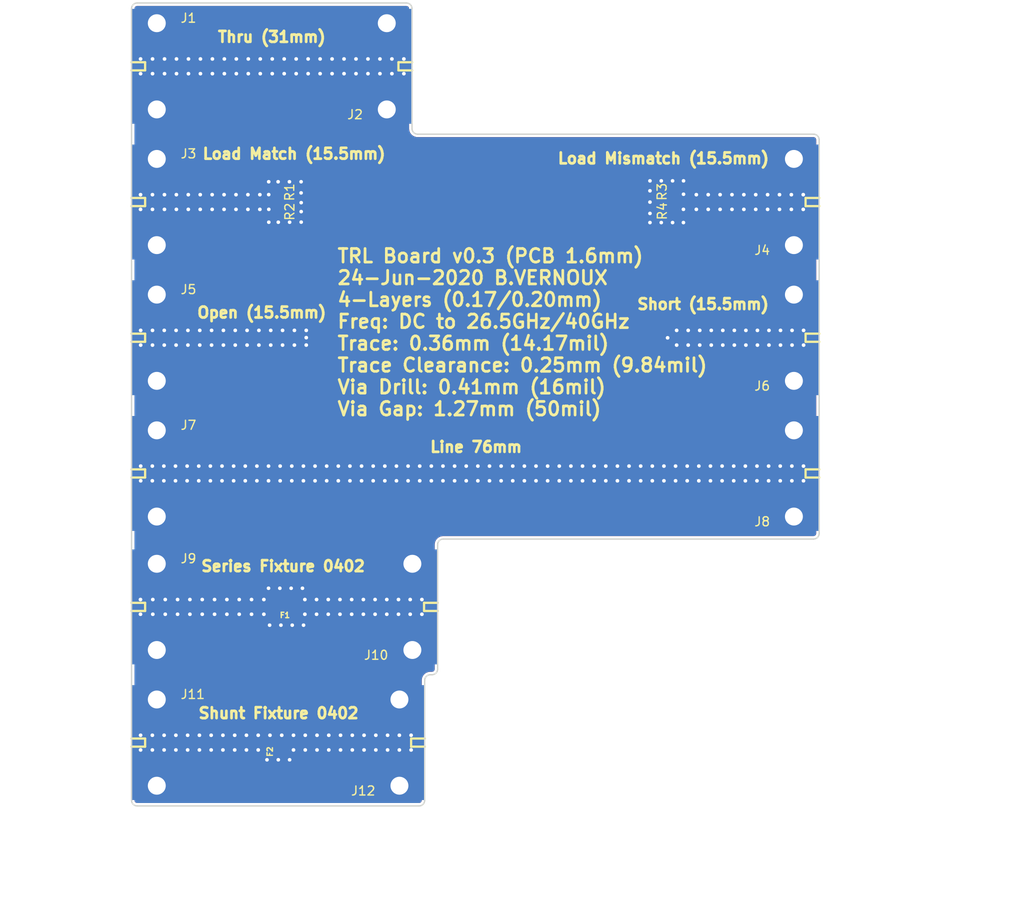
<source format=kicad_pcb>
(kicad_pcb (version 20171130) (host pcbnew "(5.1.6)-1")

  (general
    (thickness 1.6002)
    (drawings 41)
    (tracks 406)
    (zones 0)
    (modules 18)
    (nets 9)
  )

  (page A4)
  (title_block
    (title "TRL Calibration Board with Test Fixture")
    (date 2020-06-24)
    (rev 0.3)
  )

  (layers
    (0 Top signal)
    (1 In1.Cu signal)
    (2 In2.Cu signal)
    (31 Bottom signal)
    (32 B.Adhes user)
    (33 F.Adhes user)
    (34 B.Paste user)
    (35 F.Paste user)
    (36 B.SilkS user)
    (37 F.SilkS user)
    (38 B.Mask user)
    (39 F.Mask user hide)
    (40 Dwgs.User user)
    (41 Cmts.User user)
    (42 Eco1.User user)
    (43 Eco2.User user)
    (44 Edge.Cuts user)
    (45 Margin user)
    (46 B.CrtYd user)
    (47 F.CrtYd user)
    (48 B.Fab user)
    (49 F.Fab user)
  )

  (setup
    (last_trace_width 0.34036)
    (user_trace_width 0.7239)
    (user_trace_width 1)
    (trace_clearance 0.1524)
    (zone_clearance 0.25)
    (zone_45_only no)
    (trace_min 0.1524)
    (via_size 0.762)
    (via_drill 0.4064)
    (via_min_size 0.4)
    (via_min_drill 0.3)
    (uvia_size 0.3)
    (uvia_drill 0.1)
    (uvias_allowed no)
    (uvia_min_size 0.2)
    (uvia_min_drill 0.1)
    (edge_width 0.15)
    (segment_width 0.2)
    (pcb_text_width 0.3)
    (pcb_text_size 1.5 1.5)
    (mod_edge_width 0.15)
    (mod_text_size 1 1)
    (mod_text_width 0.15)
    (pad_size 0.975 1.4)
    (pad_drill 0)
    (pad_to_mask_clearance 0.051)
    (solder_mask_min_width 0.1524)
    (aux_axis_origin 0 0)
    (grid_origin 183 172)
    (visible_elements 7FFDEF7F)
    (pcbplotparams
      (layerselection 0x010ff_ffffffff)
      (usegerberextensions true)
      (usegerberattributes false)
      (usegerberadvancedattributes false)
      (creategerberjobfile false)
      (excludeedgelayer true)
      (linewidth 0.152400)
      (plotframeref false)
      (viasonmask false)
      (mode 1)
      (useauxorigin false)
      (hpglpennumber 1)
      (hpglpenspeed 20)
      (hpglpendiameter 15.000000)
      (psnegative false)
      (psa4output false)
      (plotreference true)
      (plotvalue true)
      (plotinvisibletext false)
      (padsonsilk false)
      (subtractmaskfromsilk false)
      (outputformat 1)
      (mirror false)
      (drillshape 0)
      (scaleselection 1)
      (outputdirectory "Gerber_4Layers_F.Cu_In1.Cu_In2.Cu_B.Cu/"))
  )

  (net 0 "")
  (net 1 "Net-(F1-Pad1)")
  (net 2 "Net-(F1-Pad2)")
  (net 3 GND)
  (net 4 "Net-(F2-Pad2)")
  (net 5 "Net-(J1-Pad1)")
  (net 6 "Net-(J3-Pad1)")
  (net 7 "Net-(J4-Pad1)")
  (net 8 "Net-(J7-Pad1)")

  (net_class Default "This is the default net class."
    (clearance 0.1524)
    (trace_width 0.34036)
    (via_dia 0.762)
    (via_drill 0.4064)
    (uvia_dia 0.3)
    (uvia_drill 0.1)
    (add_net GND)
    (add_net "Net-(F1-Pad1)")
    (add_net "Net-(F1-Pad2)")
    (add_net "Net-(F2-Pad2)")
    (add_net "Net-(J1-Pad1)")
    (add_net "Net-(J3-Pad1)")
    (add_net "Net-(J4-Pad1)")
    (add_net "Net-(J7-Pad1)")
  )

  (module kicad:R_0402_1005Metric locked (layer Top) (tedit 5B20DC38) (tstamp 5C4A962F)
    (at 163.03 73.9 270)
    (descr "Resistor SMD 0402 (1005 Metric), square (rectangular) end terminal, IPC_7351 nominal, (Body size source: http://www.tortai-tech.com/upload/download/2011102023233369053.pdf), generated with kicad-footprint-generator")
    (tags resistor)
    (path /5C4AF68E)
    (attr smd)
    (fp_text reference R4 (at -0.06 1.14 90) (layer F.SilkS)
      (effects (font (size 1 1) (thickness 0.15)))
    )
    (fp_text value 50 (at 0 1.17 90) (layer F.Fab)
      (effects (font (size 1 1) (thickness 0.15)))
    )
    (fp_text user %R (at 0 0 90) (layer F.Fab)
      (effects (font (size 0.25 0.25) (thickness 0.04)))
    )
    (fp_line (start -0.5 0.25) (end -0.5 -0.25) (layer F.Fab) (width 0.1))
    (fp_line (start -0.5 -0.25) (end 0.5 -0.25) (layer F.Fab) (width 0.1))
    (fp_line (start 0.5 -0.25) (end 0.5 0.25) (layer F.Fab) (width 0.1))
    (fp_line (start 0.5 0.25) (end -0.5 0.25) (layer F.Fab) (width 0.1))
    (fp_line (start -0.93 0.47) (end -0.93 -0.47) (layer F.CrtYd) (width 0.05))
    (fp_line (start -0.93 -0.47) (end 0.93 -0.47) (layer F.CrtYd) (width 0.05))
    (fp_line (start 0.93 -0.47) (end 0.93 0.47) (layer F.CrtYd) (width 0.05))
    (fp_line (start 0.93 0.47) (end -0.93 0.47) (layer F.CrtYd) (width 0.05))
    (pad 2 smd roundrect (at 0.48 0 270) (size 0.6 0.64) (layers Top F.Paste F.Mask) (roundrect_rratio 0.25)
      (net 3 GND))
    (pad 1 smd roundrect (at -0.48 0 270) (size 0.6 0.64) (layers Top F.Paste F.Mask) (roundrect_rratio 0.25)
      (net 7 "Net-(J4-Pad1)"))
    (model ${KISYS3DMOD}/Resistor_SMD.3dshapes/R_0402_1005Metric.wrl
      (at (xyz 0 0 0))
      (scale (xyz 1 1 1))
      (rotate (xyz 0 0 0))
    )
  )

  (module kicad:R_0402_1005Metric locked (layer Top) (tedit 5B20DC38) (tstamp 5C4A97DB)
    (at 163.03 71.7 90)
    (descr "Resistor SMD 0402 (1005 Metric), square (rectangular) end terminal, IPC_7351 nominal, (Body size source: http://www.tortai-tech.com/upload/download/2011102023233369053.pdf), generated with kicad-footprint-generator")
    (tags resistor)
    (path /5C4AF606)
    (attr smd)
    (fp_text reference R3 (at 0 -1.17 90) (layer F.SilkS)
      (effects (font (size 1 1) (thickness 0.15)))
    )
    (fp_text value 50 (at 0 1.17 90) (layer F.Fab)
      (effects (font (size 1 1) (thickness 0.15)))
    )
    (fp_text user %R (at 0 0 90) (layer F.Fab)
      (effects (font (size 0.25 0.25) (thickness 0.04)))
    )
    (fp_line (start -0.5 0.25) (end -0.5 -0.25) (layer F.Fab) (width 0.1))
    (fp_line (start -0.5 -0.25) (end 0.5 -0.25) (layer F.Fab) (width 0.1))
    (fp_line (start 0.5 -0.25) (end 0.5 0.25) (layer F.Fab) (width 0.1))
    (fp_line (start 0.5 0.25) (end -0.5 0.25) (layer F.Fab) (width 0.1))
    (fp_line (start -0.93 0.47) (end -0.93 -0.47) (layer F.CrtYd) (width 0.05))
    (fp_line (start -0.93 -0.47) (end 0.93 -0.47) (layer F.CrtYd) (width 0.05))
    (fp_line (start 0.93 -0.47) (end 0.93 0.47) (layer F.CrtYd) (width 0.05))
    (fp_line (start 0.93 0.47) (end -0.93 0.47) (layer F.CrtYd) (width 0.05))
    (pad 2 smd roundrect (at 0.48 0 90) (size 0.6 0.64) (layers Top F.Paste F.Mask) (roundrect_rratio 0.25)
      (net 3 GND))
    (pad 1 smd roundrect (at -0.48 0 90) (size 0.6 0.64) (layers Top F.Paste F.Mask) (roundrect_rratio 0.25)
      (net 7 "Net-(J4-Pad1)"))
    (model ${KISYS3DMOD}/Resistor_SMD.3dshapes/R_0402_1005Metric.wrl
      (at (xyz 0 0 0))
      (scale (xyz 1 1 1))
      (rotate (xyz 0 0 0))
    )
  )

  (module kicad:R_0402_1005Metric locked (layer Top) (tedit 5B20DC38) (tstamp 5C4A960F)
    (at 119.45 73.8 270)
    (descr "Resistor SMD 0402 (1005 Metric), square (rectangular) end terminal, IPC_7351 nominal, (Body size source: http://www.tortai-tech.com/upload/download/2011102023233369053.pdf), generated with kicad-footprint-generator")
    (tags resistor)
    (path /5C4B1FDF)
    (attr smd)
    (fp_text reference R2 (at 0.1 -1.27 90) (layer F.SilkS)
      (effects (font (size 1 1) (thickness 0.15)))
    )
    (fp_text value 100 (at 0 1.17 90) (layer F.Fab)
      (effects (font (size 1 1) (thickness 0.15)))
    )
    (fp_text user %R (at 0 0 90) (layer F.Fab)
      (effects (font (size 0.25 0.25) (thickness 0.04)))
    )
    (fp_line (start -0.5 0.25) (end -0.5 -0.25) (layer F.Fab) (width 0.1))
    (fp_line (start -0.5 -0.25) (end 0.5 -0.25) (layer F.Fab) (width 0.1))
    (fp_line (start 0.5 -0.25) (end 0.5 0.25) (layer F.Fab) (width 0.1))
    (fp_line (start 0.5 0.25) (end -0.5 0.25) (layer F.Fab) (width 0.1))
    (fp_line (start -0.93 0.47) (end -0.93 -0.47) (layer F.CrtYd) (width 0.05))
    (fp_line (start -0.93 -0.47) (end 0.93 -0.47) (layer F.CrtYd) (width 0.05))
    (fp_line (start 0.93 -0.47) (end 0.93 0.47) (layer F.CrtYd) (width 0.05))
    (fp_line (start 0.93 0.47) (end -0.93 0.47) (layer F.CrtYd) (width 0.05))
    (pad 2 smd roundrect (at 0.48 0 270) (size 0.6 0.64) (layers Top F.Paste F.Mask) (roundrect_rratio 0.25)
      (net 3 GND))
    (pad 1 smd roundrect (at -0.48 0 270) (size 0.6 0.64) (layers Top F.Paste F.Mask) (roundrect_rratio 0.25)
      (net 6 "Net-(J3-Pad1)"))
    (model ${KISYS3DMOD}/Resistor_SMD.3dshapes/R_0402_1005Metric.wrl
      (at (xyz 0 0 0))
      (scale (xyz 1 1 1))
      (rotate (xyz 0 0 0))
    )
  )

  (module kicad:R_0402_1005Metric locked (layer Top) (tedit 5B20DC38) (tstamp 5C4E570E)
    (at 119.43 71.85 90)
    (descr "Resistor SMD 0402 (1005 Metric), square (rectangular) end terminal, IPC_7351 nominal, (Body size source: http://www.tortai-tech.com/upload/download/2011102023233369053.pdf), generated with kicad-footprint-generator")
    (tags resistor)
    (path /5C4B1FE5)
    (attr smd)
    (fp_text reference R1 (at 0.1 1.27 90) (layer F.SilkS)
      (effects (font (size 1 1) (thickness 0.15)))
    )
    (fp_text value 100 (at 0 1.17 90) (layer F.Fab)
      (effects (font (size 1 1) (thickness 0.15)))
    )
    (fp_text user %R (at 0 0 90) (layer F.Fab)
      (effects (font (size 0.25 0.25) (thickness 0.04)))
    )
    (fp_line (start -0.5 0.25) (end -0.5 -0.25) (layer F.Fab) (width 0.1))
    (fp_line (start -0.5 -0.25) (end 0.5 -0.25) (layer F.Fab) (width 0.1))
    (fp_line (start 0.5 -0.25) (end 0.5 0.25) (layer F.Fab) (width 0.1))
    (fp_line (start 0.5 0.25) (end -0.5 0.25) (layer F.Fab) (width 0.1))
    (fp_line (start -0.93 0.47) (end -0.93 -0.47) (layer F.CrtYd) (width 0.05))
    (fp_line (start -0.93 -0.47) (end 0.93 -0.47) (layer F.CrtYd) (width 0.05))
    (fp_line (start 0.93 -0.47) (end 0.93 0.47) (layer F.CrtYd) (width 0.05))
    (fp_line (start 0.93 0.47) (end -0.93 0.47) (layer F.CrtYd) (width 0.05))
    (pad 2 smd roundrect (at 0.48 0 90) (size 0.6 0.64) (layers Top F.Paste F.Mask) (roundrect_rratio 0.25)
      (net 3 GND))
    (pad 1 smd roundrect (at -0.48 0 90) (size 0.6 0.64) (layers Top F.Paste F.Mask) (roundrect_rratio 0.25)
      (net 6 "Net-(J3-Pad1)"))
    (model ${KISYS3DMOD}/Resistor_SMD.3dshapes/R_0402_1005Metric.wrl
      (at (xyz 0 0 0))
      (scale (xyz 1 1 1))
      (rotate (xyz 0 0 0))
    )
  )

  (module kicad:C_0402_1005Metric locked (layer Top) (tedit 5B20DC38) (tstamp 5C4A9727)
    (at 119.45 133.19 90)
    (descr "Capacitor SMD 0402 (1005 Metric), square (rectangular) end terminal, IPC_7351 nominal, (Body size source: http://www.tortai-tech.com/upload/download/2011102023233369053.pdf), generated with kicad-footprint-generator")
    (tags capacitor)
    (path /5C4B9A7A)
    (attr smd)
    (fp_text reference F2 (at -0.39 -0.92 90) (layer F.SilkS)
      (effects (font (size 0.6 0.6) (thickness 0.15)))
    )
    (fp_text value "Fixture 0402" (at 0 1.17 90) (layer F.Fab)
      (effects (font (size 1 1) (thickness 0.15)))
    )
    (fp_text user %R (at 0 0 90) (layer F.Fab)
      (effects (font (size 0.25 0.25) (thickness 0.04)))
    )
    (fp_line (start -0.5 0.25) (end -0.5 -0.25) (layer F.Fab) (width 0.1))
    (fp_line (start -0.5 -0.25) (end 0.5 -0.25) (layer F.Fab) (width 0.1))
    (fp_line (start 0.5 -0.25) (end 0.5 0.25) (layer F.Fab) (width 0.1))
    (fp_line (start 0.5 0.25) (end -0.5 0.25) (layer F.Fab) (width 0.1))
    (fp_line (start -0.93 0.47) (end -0.93 -0.47) (layer F.CrtYd) (width 0.05))
    (fp_line (start -0.93 -0.47) (end 0.93 -0.47) (layer F.CrtYd) (width 0.05))
    (fp_line (start 0.93 -0.47) (end 0.93 0.47) (layer F.CrtYd) (width 0.05))
    (fp_line (start 0.93 0.47) (end -0.93 0.47) (layer F.CrtYd) (width 0.05))
    (pad 2 smd roundrect (at 0.48 0 90) (size 0.6 0.64) (layers Top F.Paste F.Mask) (roundrect_rratio 0.25)
      (net 4 "Net-(F2-Pad2)"))
    (pad 1 smd roundrect (at -0.48 0 90) (size 0.6 0.64) (layers Top F.Paste F.Mask) (roundrect_rratio 0.25)
      (net 3 GND))
    (model ${KISYS3DMOD}/Capacitor_SMD.3dshapes/C_0402_1005Metric.wrl
      (at (xyz 0 0 0))
      (scale (xyz 1 1 1))
      (rotate (xyz 0 0 0))
    )
  )

  (module kicad:C_0402_1005Metric locked (layer Top) (tedit 5B20DC38) (tstamp 5C4A8E4F)
    (at 120.155 117.58 180)
    (descr "Capacitor SMD 0402 (1005 Metric), square (rectangular) end terminal, IPC_7351 nominal, (Body size source: http://www.tortai-tech.com/upload/download/2011102023233369053.pdf), generated with kicad-footprint-generator")
    (tags capacitor)
    (path /5C4B3D9C)
    (attr smd)
    (fp_text reference F1 (at -0.025 -0.92) (layer F.SilkS)
      (effects (font (size 0.6 0.6) (thickness 0.15)))
    )
    (fp_text value "Fixture 0402" (at 0 1.17) (layer F.Fab)
      (effects (font (size 1 1) (thickness 0.15)))
    )
    (fp_text user %R (at 0 0) (layer F.Fab)
      (effects (font (size 0.25 0.25) (thickness 0.04)))
    )
    (fp_line (start -0.5 0.25) (end -0.5 -0.25) (layer F.Fab) (width 0.1))
    (fp_line (start -0.5 -0.25) (end 0.5 -0.25) (layer F.Fab) (width 0.1))
    (fp_line (start 0.5 -0.25) (end 0.5 0.25) (layer F.Fab) (width 0.1))
    (fp_line (start 0.5 0.25) (end -0.5 0.25) (layer F.Fab) (width 0.1))
    (fp_line (start -0.93 0.47) (end -0.93 -0.47) (layer F.CrtYd) (width 0.05))
    (fp_line (start -0.93 -0.47) (end 0.93 -0.47) (layer F.CrtYd) (width 0.05))
    (fp_line (start 0.93 -0.47) (end 0.93 0.47) (layer F.CrtYd) (width 0.05))
    (fp_line (start 0.93 0.47) (end -0.93 0.47) (layer F.CrtYd) (width 0.05))
    (pad 2 smd roundrect (at 0.48 0 180) (size 0.6 0.64) (layers Top F.Paste F.Mask) (roundrect_rratio 0.25)
      (net 2 "Net-(F1-Pad2)"))
    (pad 1 smd roundrect (at -0.48 0 180) (size 0.6 0.64) (layers Top F.Paste F.Mask) (roundrect_rratio 0.25)
      (net 1 "Net-(F1-Pad1)"))
    (model ${KISYS3DMOD}/Capacitor_SMD.3dshapes/C_0402_1005Metric.wrl
      (at (xyz 0 0 0))
      (scale (xyz 1 1 1))
      (rotate (xyz 0 0 0))
    )
  )

  (module kicad:Southwest_Microwave_1092-02A-5 locked (layer Top) (tedit 5EFA18E1) (tstamp 5C4DFC70)
    (at 135.63 132.58 270)
    (path /5C4B9A8D)
    (fp_text reference J12 (at 5.334 6.794 180) (layer F.SilkS)
      (effects (font (size 1 1) (thickness 0.15)))
    )
    (fp_text value 142-0771-831 (at 0 6.731 90) (layer F.Fab)
      (effects (font (size 1 1) (thickness 0.15)))
    )
    (fp_arc (start 1.509166 1.986755) (end 1.509837 0.168778) (angle 92.76109557) (layer F.Fab) (width 0.1))
    (fp_arc (start -1.534166 1.986755) (end -1.534837 0.168778) (angle -92.76109557) (layer F.Fab) (width 0.1))
    (fp_line (start 0.45 1.5) (end 0.45 -0.03) (layer F.SilkS) (width 0.25))
    (fp_line (start -0.45 1.5) (end -0.45 -0.03) (layer F.SilkS) (width 0.25))
    (fp_poly (pts (xy 6.5 5.4) (xy -6.5 5.4) (xy -6.5 -0.1) (xy 6.5 -0.1)) (layer B.Mask) (width 0.1))
    (fp_poly (pts (xy 6.5 5.4) (xy -6.5 5.4) (xy -6.5 -0.1) (xy 6.5 -0.1)) (layer F.Mask) (width 0.1))
    (fp_line (start -1.534837 0.168778) (end 1.509837 0.168778) (layer F.Fab) (width 0.1))
    (fp_line (start 3.325 2.075) (end 3.325 5.075) (layer F.Fab) (width 0.1))
    (fp_line (start -3.35 2.075) (end -3.35 5.075) (layer F.Fab) (width 0.1))
    (fp_line (start 4.425 -7.7) (end 4.425 -6.2) (layer F.Fab) (width 0.15))
    (fp_line (start 2.425 -7.7) (end 4.425 -7.7) (layer F.Fab) (width 0.15))
    (fp_line (start 2.425 -7.7) (end 2.425 -6.2) (layer F.Fab) (width 0.15))
    (fp_line (start -2.45 -7.7) (end -2.45 -6.2) (layer F.Fab) (width 0.15))
    (fp_line (start -4.45 -7.7) (end -2.45 -7.7) (layer F.Fab) (width 0.15))
    (fp_line (start -4.45 -7.7) (end -4.45 -6.2) (layer F.Fab) (width 0.15))
    (fp_line (start 3.375 -8.725) (end -3.375 -8.725) (layer F.Fab) (width 0.15))
    (fp_line (start -0.45 1.5) (end 0.45 1.5) (layer F.SilkS) (width 0.25))
    (fp_line (start 0 -6.17) (end -4.95 -6.17) (layer F.Fab) (width 0.1))
    (fp_line (start 4.95 -6.17) (end 0 -6.17) (layer F.Fab) (width 0.1))
    (fp_line (start 4.95 -6.17) (end 4.95 -4.24) (layer F.Fab) (width 0.1))
    (fp_line (start -6.35 5.08) (end -6.35 -4.24) (layer F.Fab) (width 0.1))
    (fp_line (start 6.32 5.08) (end -6.35 5.08) (layer F.Fab) (width 0.1))
    (fp_line (start -4.95 -6.17) (end -4.95 -4.24) (layer F.Fab) (width 0.1))
    (fp_line (start 6.32 -4.24) (end -6.35 -4.24) (layer F.Fab) (width 0.1))
    (fp_line (start 6.32 5.08) (end 6.32 -4.24) (layer F.Fab) (width 0.1))
    (fp_line (start -2.7432 -14.465) (end 2.7432 -14.465) (layer F.Fab) (width 0.15))
    (fp_line (start -3.375 -7.7) (end -3.375 -8.725) (layer F.Fab) (width 0.15))
    (fp_line (start -3.1242 -8.725) (end -3.1242 -14.084) (layer F.Fab) (width 0.15))
    (fp_line (start -3.1242 -14.084) (end -2.7432 -14.465) (layer F.Fab) (width 0.15))
    (fp_line (start 3.1242 -14.084) (end 2.7432 -14.465) (layer F.Fab) (width 0.15))
    (fp_line (start 3.1242 -8.725) (end 3.1242 -14.084) (layer F.Fab) (width 0.15))
    (fp_line (start 3.375 -8.725) (end 3.125 -8.725) (layer F.Fab) (width 0.15))
    (fp_line (start 3.375 -7.7) (end 3.375 -8.725) (layer F.Fab) (width 0.15))
    (fp_line (start 3.1242 -14.084) (end -3.1242 -13.7792) (layer F.Fab) (width 0.15))
    (fp_line (start 3.1242 -13.322) (end -3.1242 -13.0172) (layer F.Fab) (width 0.15))
    (fp_line (start 3.1242 -12.56) (end -3.1242 -12.2552) (layer F.Fab) (width 0.15))
    (fp_line (start 3.1242 -11.798) (end -3.1242 -11.4932) (layer F.Fab) (width 0.15))
    (fp_line (start 3.1242 -11.036) (end -3.1242 -10.7312) (layer F.Fab) (width 0.15))
    (fp_line (start 3.1242 -10.274) (end -3.1242 -9.9692) (layer F.Fab) (width 0.15))
    (fp_line (start -6.35 0.1) (end 6.32 0.1) (layer F.Fab) (width 0.1))
    (pad 2 thru_hole circle (at 4.765 2.79 270) (size 2.8 2.8) (drill 1.98) (layers *.Cu *.Mask)
      (net 3 GND))
    (pad 2 thru_hole circle (at -4.765 2.79 270) (size 2.8 2.8) (drill 1.98) (layers *.Cu *.Mask)
      (net 3 GND))
    (pad 2 smd rect (at 0 2.6 270) (size 12.7 5.1) (layers Bottom)
      (net 3 GND))
    (pad 1 smd rect (at 0 0.4445 270) (size 0.2032 0.762) (layers Top F.Paste F.Mask)
      (net 4 "Net-(F2-Pad2)") (solder_mask_margin 0.1))
    (model ${KISYS3DMOD}/conn_rf/1092-02A-5.stp
      (offset (xyz 0 4.3 0))
      (scale (xyz 1 1 1))
      (rotate (xyz 0 0 180))
    )
  )

  (module kicad:Southwest_Microwave_1092-02A-5 locked (layer Top) (tedit 5EFA18E1) (tstamp 5EF30DEA)
    (at 103.23 132.58 90)
    (path /5C4B9A80)
    (fp_text reference J11 (at 5.334 6.77 180) (layer F.SilkS)
      (effects (font (size 1 1) (thickness 0.15)))
    )
    (fp_text value 142-0771-831 (at 0 6.731 90) (layer F.Fab)
      (effects (font (size 1 1) (thickness 0.15)))
    )
    (fp_arc (start 1.509166 1.986755) (end 1.509837 0.168778) (angle 92.76109557) (layer F.Fab) (width 0.1))
    (fp_arc (start -1.534166 1.986755) (end -1.534837 0.168778) (angle -92.76109557) (layer F.Fab) (width 0.1))
    (fp_line (start 0.45 1.5) (end 0.45 -0.03) (layer F.SilkS) (width 0.25))
    (fp_line (start -0.45 1.5) (end -0.45 -0.03) (layer F.SilkS) (width 0.25))
    (fp_poly (pts (xy 6.5 5.4) (xy -6.5 5.4) (xy -6.5 -0.1) (xy 6.5 -0.1)) (layer B.Mask) (width 0.1))
    (fp_poly (pts (xy 6.5 5.4) (xy -6.5 5.4) (xy -6.5 -0.1) (xy 6.5 -0.1)) (layer F.Mask) (width 0.1))
    (fp_line (start -1.534837 0.168778) (end 1.509837 0.168778) (layer F.Fab) (width 0.1))
    (fp_line (start 3.325 2.075) (end 3.325 5.075) (layer F.Fab) (width 0.1))
    (fp_line (start -3.35 2.075) (end -3.35 5.075) (layer F.Fab) (width 0.1))
    (fp_line (start 4.425 -7.7) (end 4.425 -6.2) (layer F.Fab) (width 0.15))
    (fp_line (start 2.425 -7.7) (end 4.425 -7.7) (layer F.Fab) (width 0.15))
    (fp_line (start 2.425 -7.7) (end 2.425 -6.2) (layer F.Fab) (width 0.15))
    (fp_line (start -2.45 -7.7) (end -2.45 -6.2) (layer F.Fab) (width 0.15))
    (fp_line (start -4.45 -7.7) (end -2.45 -7.7) (layer F.Fab) (width 0.15))
    (fp_line (start -4.45 -7.7) (end -4.45 -6.2) (layer F.Fab) (width 0.15))
    (fp_line (start 3.375 -8.725) (end -3.375 -8.725) (layer F.Fab) (width 0.15))
    (fp_line (start -0.45 1.5) (end 0.45 1.5) (layer F.SilkS) (width 0.25))
    (fp_line (start 0 -6.17) (end -4.95 -6.17) (layer F.Fab) (width 0.1))
    (fp_line (start 4.95 -6.17) (end 0 -6.17) (layer F.Fab) (width 0.1))
    (fp_line (start 4.95 -6.17) (end 4.95 -4.24) (layer F.Fab) (width 0.1))
    (fp_line (start -6.35 5.08) (end -6.35 -4.24) (layer F.Fab) (width 0.1))
    (fp_line (start 6.32 5.08) (end -6.35 5.08) (layer F.Fab) (width 0.1))
    (fp_line (start -4.95 -6.17) (end -4.95 -4.24) (layer F.Fab) (width 0.1))
    (fp_line (start 6.32 -4.24) (end -6.35 -4.24) (layer F.Fab) (width 0.1))
    (fp_line (start 6.32 5.08) (end 6.32 -4.24) (layer F.Fab) (width 0.1))
    (fp_line (start -2.7432 -14.465) (end 2.7432 -14.465) (layer F.Fab) (width 0.15))
    (fp_line (start -3.375 -7.7) (end -3.375 -8.725) (layer F.Fab) (width 0.15))
    (fp_line (start -3.1242 -8.725) (end -3.1242 -14.084) (layer F.Fab) (width 0.15))
    (fp_line (start -3.1242 -14.084) (end -2.7432 -14.465) (layer F.Fab) (width 0.15))
    (fp_line (start 3.1242 -14.084) (end 2.7432 -14.465) (layer F.Fab) (width 0.15))
    (fp_line (start 3.1242 -8.725) (end 3.1242 -14.084) (layer F.Fab) (width 0.15))
    (fp_line (start 3.375 -8.725) (end 3.125 -8.725) (layer F.Fab) (width 0.15))
    (fp_line (start 3.375 -7.7) (end 3.375 -8.725) (layer F.Fab) (width 0.15))
    (fp_line (start 3.1242 -14.084) (end -3.1242 -13.7792) (layer F.Fab) (width 0.15))
    (fp_line (start 3.1242 -13.322) (end -3.1242 -13.0172) (layer F.Fab) (width 0.15))
    (fp_line (start 3.1242 -12.56) (end -3.1242 -12.2552) (layer F.Fab) (width 0.15))
    (fp_line (start 3.1242 -11.798) (end -3.1242 -11.4932) (layer F.Fab) (width 0.15))
    (fp_line (start 3.1242 -11.036) (end -3.1242 -10.7312) (layer F.Fab) (width 0.15))
    (fp_line (start 3.1242 -10.274) (end -3.1242 -9.9692) (layer F.Fab) (width 0.15))
    (fp_line (start -6.35 0.1) (end 6.32 0.1) (layer F.Fab) (width 0.1))
    (pad 2 thru_hole circle (at 4.765 2.79 90) (size 2.8 2.8) (drill 1.98) (layers *.Cu *.Mask)
      (net 3 GND))
    (pad 2 thru_hole circle (at -4.765 2.79 90) (size 2.8 2.8) (drill 1.98) (layers *.Cu *.Mask)
      (net 3 GND))
    (pad 2 smd rect (at 0 2.6 90) (size 12.7 5.1) (layers Bottom)
      (net 3 GND))
    (pad 1 smd rect (at 0 0.4445 90) (size 0.2032 0.762) (layers Top F.Paste F.Mask)
      (net 4 "Net-(F2-Pad2)") (solder_mask_margin 0.1))
    (model ${KISYS3DMOD}/conn_rf/1092-02A-5.stp
      (offset (xyz 0 4.3 0))
      (scale (xyz 1 1 1))
      (rotate (xyz 0 0 180))
    )
  )

  (module kicad:Southwest_Microwave_1092-02A-5 locked (layer Top) (tedit 5EFA18E1) (tstamp 5C4E59F5)
    (at 137.06 117.58 270)
    (path /5C4B413F)
    (fp_text reference J10 (at 5.334 6.794 180) (layer F.SilkS)
      (effects (font (size 1 1) (thickness 0.15)))
    )
    (fp_text value 142-0771-831 (at 0 6.731 90) (layer F.Fab)
      (effects (font (size 1 1) (thickness 0.15)))
    )
    (fp_arc (start 1.509166 1.986755) (end 1.509837 0.168778) (angle 92.76109557) (layer F.Fab) (width 0.1))
    (fp_arc (start -1.534166 1.986755) (end -1.534837 0.168778) (angle -92.76109557) (layer F.Fab) (width 0.1))
    (fp_line (start 0.45 1.5) (end 0.45 -0.03) (layer F.SilkS) (width 0.25))
    (fp_line (start -0.45 1.5) (end -0.45 -0.03) (layer F.SilkS) (width 0.25))
    (fp_poly (pts (xy 6.5 5.4) (xy -6.5 5.4) (xy -6.5 -0.1) (xy 6.5 -0.1)) (layer B.Mask) (width 0.1))
    (fp_poly (pts (xy 6.5 5.4) (xy -6.5 5.4) (xy -6.5 -0.1) (xy 6.5 -0.1)) (layer F.Mask) (width 0.1))
    (fp_line (start -1.534837 0.168778) (end 1.509837 0.168778) (layer F.Fab) (width 0.1))
    (fp_line (start 3.325 2.075) (end 3.325 5.075) (layer F.Fab) (width 0.1))
    (fp_line (start -3.35 2.075) (end -3.35 5.075) (layer F.Fab) (width 0.1))
    (fp_line (start 4.425 -7.7) (end 4.425 -6.2) (layer F.Fab) (width 0.15))
    (fp_line (start 2.425 -7.7) (end 4.425 -7.7) (layer F.Fab) (width 0.15))
    (fp_line (start 2.425 -7.7) (end 2.425 -6.2) (layer F.Fab) (width 0.15))
    (fp_line (start -2.45 -7.7) (end -2.45 -6.2) (layer F.Fab) (width 0.15))
    (fp_line (start -4.45 -7.7) (end -2.45 -7.7) (layer F.Fab) (width 0.15))
    (fp_line (start -4.45 -7.7) (end -4.45 -6.2) (layer F.Fab) (width 0.15))
    (fp_line (start 3.375 -8.725) (end -3.375 -8.725) (layer F.Fab) (width 0.15))
    (fp_line (start -0.45 1.5) (end 0.45 1.5) (layer F.SilkS) (width 0.25))
    (fp_line (start 0 -6.17) (end -4.95 -6.17) (layer F.Fab) (width 0.1))
    (fp_line (start 4.95 -6.17) (end 0 -6.17) (layer F.Fab) (width 0.1))
    (fp_line (start 4.95 -6.17) (end 4.95 -4.24) (layer F.Fab) (width 0.1))
    (fp_line (start -6.35 5.08) (end -6.35 -4.24) (layer F.Fab) (width 0.1))
    (fp_line (start 6.32 5.08) (end -6.35 5.08) (layer F.Fab) (width 0.1))
    (fp_line (start -4.95 -6.17) (end -4.95 -4.24) (layer F.Fab) (width 0.1))
    (fp_line (start 6.32 -4.24) (end -6.35 -4.24) (layer F.Fab) (width 0.1))
    (fp_line (start 6.32 5.08) (end 6.32 -4.24) (layer F.Fab) (width 0.1))
    (fp_line (start -2.7432 -14.465) (end 2.7432 -14.465) (layer F.Fab) (width 0.15))
    (fp_line (start -3.375 -7.7) (end -3.375 -8.725) (layer F.Fab) (width 0.15))
    (fp_line (start -3.1242 -8.725) (end -3.1242 -14.084) (layer F.Fab) (width 0.15))
    (fp_line (start -3.1242 -14.084) (end -2.7432 -14.465) (layer F.Fab) (width 0.15))
    (fp_line (start 3.1242 -14.084) (end 2.7432 -14.465) (layer F.Fab) (width 0.15))
    (fp_line (start 3.1242 -8.725) (end 3.1242 -14.084) (layer F.Fab) (width 0.15))
    (fp_line (start 3.375 -8.725) (end 3.125 -8.725) (layer F.Fab) (width 0.15))
    (fp_line (start 3.375 -7.7) (end 3.375 -8.725) (layer F.Fab) (width 0.15))
    (fp_line (start 3.1242 -14.084) (end -3.1242 -13.7792) (layer F.Fab) (width 0.15))
    (fp_line (start 3.1242 -13.322) (end -3.1242 -13.0172) (layer F.Fab) (width 0.15))
    (fp_line (start 3.1242 -12.56) (end -3.1242 -12.2552) (layer F.Fab) (width 0.15))
    (fp_line (start 3.1242 -11.798) (end -3.1242 -11.4932) (layer F.Fab) (width 0.15))
    (fp_line (start 3.1242 -11.036) (end -3.1242 -10.7312) (layer F.Fab) (width 0.15))
    (fp_line (start 3.1242 -10.274) (end -3.1242 -9.9692) (layer F.Fab) (width 0.15))
    (fp_line (start -6.35 0.1) (end 6.32 0.1) (layer F.Fab) (width 0.1))
    (pad 2 thru_hole circle (at 4.765 2.79 270) (size 2.8 2.8) (drill 1.98) (layers *.Cu *.Mask)
      (net 3 GND))
    (pad 2 thru_hole circle (at -4.765 2.79 270) (size 2.8 2.8) (drill 1.98) (layers *.Cu *.Mask)
      (net 3 GND))
    (pad 2 smd rect (at 0 2.6 270) (size 12.7 5.1) (layers Bottom)
      (net 3 GND))
    (pad 1 smd rect (at 0 0.4445 270) (size 0.2032 0.762) (layers Top F.Paste F.Mask)
      (net 1 "Net-(F1-Pad1)") (solder_mask_margin 0.1))
    (model ${KISYS3DMOD}/conn_rf/1092-02A-5.stp
      (offset (xyz 0 4.3 0))
      (scale (xyz 1 1 1))
      (rotate (xyz 0 0 180))
    )
  )

  (module kicad:Southwest_Microwave_1092-02A-5 locked (layer Top) (tedit 5EFA18E1) (tstamp 5C4DFF38)
    (at 103.23 117.58 90)
    (path /5C4B4132)
    (fp_text reference J9 (at 5.334 6.294 180) (layer F.SilkS)
      (effects (font (size 1 1) (thickness 0.15)))
    )
    (fp_text value 142-0771-831 (at 0 6.731 90) (layer F.Fab)
      (effects (font (size 1 1) (thickness 0.15)))
    )
    (fp_arc (start 1.509166 1.986755) (end 1.509837 0.168778) (angle 92.76109557) (layer F.Fab) (width 0.1))
    (fp_arc (start -1.534166 1.986755) (end -1.534837 0.168778) (angle -92.76109557) (layer F.Fab) (width 0.1))
    (fp_line (start 0.45 1.5) (end 0.45 -0.03) (layer F.SilkS) (width 0.25))
    (fp_line (start -0.45 1.5) (end -0.45 -0.03) (layer F.SilkS) (width 0.25))
    (fp_poly (pts (xy 6.5 5.4) (xy -6.5 5.4) (xy -6.5 -0.1) (xy 6.5 -0.1)) (layer B.Mask) (width 0.1))
    (fp_poly (pts (xy 6.5 5.4) (xy -6.5 5.4) (xy -6.5 -0.1) (xy 6.5 -0.1)) (layer F.Mask) (width 0.1))
    (fp_line (start -1.534837 0.168778) (end 1.509837 0.168778) (layer F.Fab) (width 0.1))
    (fp_line (start 3.325 2.075) (end 3.325 5.075) (layer F.Fab) (width 0.1))
    (fp_line (start -3.35 2.075) (end -3.35 5.075) (layer F.Fab) (width 0.1))
    (fp_line (start 4.425 -7.7) (end 4.425 -6.2) (layer F.Fab) (width 0.15))
    (fp_line (start 2.425 -7.7) (end 4.425 -7.7) (layer F.Fab) (width 0.15))
    (fp_line (start 2.425 -7.7) (end 2.425 -6.2) (layer F.Fab) (width 0.15))
    (fp_line (start -2.45 -7.7) (end -2.45 -6.2) (layer F.Fab) (width 0.15))
    (fp_line (start -4.45 -7.7) (end -2.45 -7.7) (layer F.Fab) (width 0.15))
    (fp_line (start -4.45 -7.7) (end -4.45 -6.2) (layer F.Fab) (width 0.15))
    (fp_line (start 3.375 -8.725) (end -3.375 -8.725) (layer F.Fab) (width 0.15))
    (fp_line (start -0.45 1.5) (end 0.45 1.5) (layer F.SilkS) (width 0.25))
    (fp_line (start 0 -6.17) (end -4.95 -6.17) (layer F.Fab) (width 0.1))
    (fp_line (start 4.95 -6.17) (end 0 -6.17) (layer F.Fab) (width 0.1))
    (fp_line (start 4.95 -6.17) (end 4.95 -4.24) (layer F.Fab) (width 0.1))
    (fp_line (start -6.35 5.08) (end -6.35 -4.24) (layer F.Fab) (width 0.1))
    (fp_line (start 6.32 5.08) (end -6.35 5.08) (layer F.Fab) (width 0.1))
    (fp_line (start -4.95 -6.17) (end -4.95 -4.24) (layer F.Fab) (width 0.1))
    (fp_line (start 6.32 -4.24) (end -6.35 -4.24) (layer F.Fab) (width 0.1))
    (fp_line (start 6.32 5.08) (end 6.32 -4.24) (layer F.Fab) (width 0.1))
    (fp_line (start -2.7432 -14.465) (end 2.7432 -14.465) (layer F.Fab) (width 0.15))
    (fp_line (start -3.375 -7.7) (end -3.375 -8.725) (layer F.Fab) (width 0.15))
    (fp_line (start -3.1242 -8.725) (end -3.1242 -14.084) (layer F.Fab) (width 0.15))
    (fp_line (start -3.1242 -14.084) (end -2.7432 -14.465) (layer F.Fab) (width 0.15))
    (fp_line (start 3.1242 -14.084) (end 2.7432 -14.465) (layer F.Fab) (width 0.15))
    (fp_line (start 3.1242 -8.725) (end 3.1242 -14.084) (layer F.Fab) (width 0.15))
    (fp_line (start 3.375 -8.725) (end 3.125 -8.725) (layer F.Fab) (width 0.15))
    (fp_line (start 3.375 -7.7) (end 3.375 -8.725) (layer F.Fab) (width 0.15))
    (fp_line (start 3.1242 -14.084) (end -3.1242 -13.7792) (layer F.Fab) (width 0.15))
    (fp_line (start 3.1242 -13.322) (end -3.1242 -13.0172) (layer F.Fab) (width 0.15))
    (fp_line (start 3.1242 -12.56) (end -3.1242 -12.2552) (layer F.Fab) (width 0.15))
    (fp_line (start 3.1242 -11.798) (end -3.1242 -11.4932) (layer F.Fab) (width 0.15))
    (fp_line (start 3.1242 -11.036) (end -3.1242 -10.7312) (layer F.Fab) (width 0.15))
    (fp_line (start 3.1242 -10.274) (end -3.1242 -9.9692) (layer F.Fab) (width 0.15))
    (fp_line (start -6.35 0.1) (end 6.32 0.1) (layer F.Fab) (width 0.1))
    (pad 2 thru_hole circle (at 4.765 2.79 90) (size 2.8 2.8) (drill 1.98) (layers *.Cu *.Mask)
      (net 3 GND))
    (pad 2 thru_hole circle (at -4.765 2.79 90) (size 2.8 2.8) (drill 1.98) (layers *.Cu *.Mask)
      (net 3 GND))
    (pad 2 smd rect (at 0 2.6 90) (size 12.7 5.1) (layers Bottom)
      (net 3 GND))
    (pad 1 smd rect (at 0 0.4445 90) (size 0.2032 0.762) (layers Top F.Paste F.Mask)
      (net 2 "Net-(F1-Pad2)") (solder_mask_margin 0.1))
    (model ${KISYS3DMOD}/conn_rf/1092-02A-5.stp
      (offset (xyz 0 4.3 0))
      (scale (xyz 1 1 1))
      (rotate (xyz 0 0 180))
    )
  )

  (module kicad:Southwest_Microwave_1092-02A-5 locked (layer Top) (tedit 5EFA18E1) (tstamp 5C4A8FA5)
    (at 179.23 102.83 270)
    (path /5C4AF9A3)
    (fp_text reference J8 (at 5.334 6.294 180) (layer F.SilkS)
      (effects (font (size 1 1) (thickness 0.15)))
    )
    (fp_text value 142-0771-831 (at 0 6.731 90) (layer F.Fab)
      (effects (font (size 1 1) (thickness 0.15)))
    )
    (fp_arc (start 1.509166 1.986755) (end 1.509837 0.168778) (angle 92.76109557) (layer F.Fab) (width 0.1))
    (fp_arc (start -1.534166 1.986755) (end -1.534837 0.168778) (angle -92.76109557) (layer F.Fab) (width 0.1))
    (fp_line (start 0.45 1.5) (end 0.45 -0.03) (layer F.SilkS) (width 0.25))
    (fp_line (start -0.45 1.5) (end -0.45 -0.03) (layer F.SilkS) (width 0.25))
    (fp_poly (pts (xy 6.5 5.4) (xy -6.5 5.4) (xy -6.5 -0.1) (xy 6.5 -0.1)) (layer B.Mask) (width 0.1))
    (fp_poly (pts (xy 6.5 5.4) (xy -6.5 5.4) (xy -6.5 -0.1) (xy 6.5 -0.1)) (layer F.Mask) (width 0.1))
    (fp_line (start -1.534837 0.168778) (end 1.509837 0.168778) (layer F.Fab) (width 0.1))
    (fp_line (start 3.325 2.075) (end 3.325 5.075) (layer F.Fab) (width 0.1))
    (fp_line (start -3.35 2.075) (end -3.35 5.075) (layer F.Fab) (width 0.1))
    (fp_line (start 4.425 -7.7) (end 4.425 -6.2) (layer F.Fab) (width 0.15))
    (fp_line (start 2.425 -7.7) (end 4.425 -7.7) (layer F.Fab) (width 0.15))
    (fp_line (start 2.425 -7.7) (end 2.425 -6.2) (layer F.Fab) (width 0.15))
    (fp_line (start -2.45 -7.7) (end -2.45 -6.2) (layer F.Fab) (width 0.15))
    (fp_line (start -4.45 -7.7) (end -2.45 -7.7) (layer F.Fab) (width 0.15))
    (fp_line (start -4.45 -7.7) (end -4.45 -6.2) (layer F.Fab) (width 0.15))
    (fp_line (start 3.375 -8.725) (end -3.375 -8.725) (layer F.Fab) (width 0.15))
    (fp_line (start -0.45 1.5) (end 0.45 1.5) (layer F.SilkS) (width 0.25))
    (fp_line (start 0 -6.17) (end -4.95 -6.17) (layer F.Fab) (width 0.1))
    (fp_line (start 4.95 -6.17) (end 0 -6.17) (layer F.Fab) (width 0.1))
    (fp_line (start 4.95 -6.17) (end 4.95 -4.24) (layer F.Fab) (width 0.1))
    (fp_line (start -6.35 5.08) (end -6.35 -4.24) (layer F.Fab) (width 0.1))
    (fp_line (start 6.32 5.08) (end -6.35 5.08) (layer F.Fab) (width 0.1))
    (fp_line (start -4.95 -6.17) (end -4.95 -4.24) (layer F.Fab) (width 0.1))
    (fp_line (start 6.32 -4.24) (end -6.35 -4.24) (layer F.Fab) (width 0.1))
    (fp_line (start 6.32 5.08) (end 6.32 -4.24) (layer F.Fab) (width 0.1))
    (fp_line (start -2.7432 -14.465) (end 2.7432 -14.465) (layer F.Fab) (width 0.15))
    (fp_line (start -3.375 -7.7) (end -3.375 -8.725) (layer F.Fab) (width 0.15))
    (fp_line (start -3.1242 -8.725) (end -3.1242 -14.084) (layer F.Fab) (width 0.15))
    (fp_line (start -3.1242 -14.084) (end -2.7432 -14.465) (layer F.Fab) (width 0.15))
    (fp_line (start 3.1242 -14.084) (end 2.7432 -14.465) (layer F.Fab) (width 0.15))
    (fp_line (start 3.1242 -8.725) (end 3.1242 -14.084) (layer F.Fab) (width 0.15))
    (fp_line (start 3.375 -8.725) (end 3.125 -8.725) (layer F.Fab) (width 0.15))
    (fp_line (start 3.375 -7.7) (end 3.375 -8.725) (layer F.Fab) (width 0.15))
    (fp_line (start 3.1242 -14.084) (end -3.1242 -13.7792) (layer F.Fab) (width 0.15))
    (fp_line (start 3.1242 -13.322) (end -3.1242 -13.0172) (layer F.Fab) (width 0.15))
    (fp_line (start 3.1242 -12.56) (end -3.1242 -12.2552) (layer F.Fab) (width 0.15))
    (fp_line (start 3.1242 -11.798) (end -3.1242 -11.4932) (layer F.Fab) (width 0.15))
    (fp_line (start 3.1242 -11.036) (end -3.1242 -10.7312) (layer F.Fab) (width 0.15))
    (fp_line (start 3.1242 -10.274) (end -3.1242 -9.9692) (layer F.Fab) (width 0.15))
    (fp_line (start -6.35 0.1) (end 6.32 0.1) (layer F.Fab) (width 0.1))
    (pad 2 thru_hole circle (at 4.765 2.79 270) (size 2.8 2.8) (drill 1.98) (layers *.Cu *.Mask)
      (net 3 GND))
    (pad 2 thru_hole circle (at -4.765 2.79 270) (size 2.8 2.8) (drill 1.98) (layers *.Cu *.Mask)
      (net 3 GND))
    (pad 2 smd rect (at 0 2.6 270) (size 12.7 5.1) (layers Bottom)
      (net 3 GND))
    (pad 1 smd rect (at 0 0.4445 270) (size 0.2032 0.762) (layers Top F.Paste F.Mask)
      (net 8 "Net-(J7-Pad1)") (solder_mask_margin 0.1))
    (model ${KISYS3DMOD}/conn_rf/1092-02A-5.stp
      (offset (xyz 0 4.3 0))
      (scale (xyz 1 1 1))
      (rotate (xyz 0 0 180))
    )
  )

  (module kicad:Southwest_Microwave_1092-02A-5 locked (layer Top) (tedit 5EFA18E1) (tstamp 5C4A8F7F)
    (at 103.23 102.83 90)
    (path /5C4AF88E)
    (fp_text reference J7 (at 5.334 6.294 180) (layer F.SilkS)
      (effects (font (size 1 1) (thickness 0.15)))
    )
    (fp_text value 142-0771-831 (at 0 6.731 90) (layer F.Fab)
      (effects (font (size 1 1) (thickness 0.15)))
    )
    (fp_arc (start 1.509166 1.986755) (end 1.509837 0.168778) (angle 92.76109557) (layer F.Fab) (width 0.1))
    (fp_arc (start -1.534166 1.986755) (end -1.534837 0.168778) (angle -92.76109557) (layer F.Fab) (width 0.1))
    (fp_line (start 0.45 1.5) (end 0.45 -0.03) (layer F.SilkS) (width 0.25))
    (fp_line (start -0.45 1.5) (end -0.45 -0.03) (layer F.SilkS) (width 0.25))
    (fp_poly (pts (xy 6.5 5.4) (xy -6.5 5.4) (xy -6.5 -0.1) (xy 6.5 -0.1)) (layer B.Mask) (width 0.1))
    (fp_poly (pts (xy 6.5 5.4) (xy -6.5 5.4) (xy -6.5 -0.1) (xy 6.5 -0.1)) (layer F.Mask) (width 0.1))
    (fp_line (start -1.534837 0.168778) (end 1.509837 0.168778) (layer F.Fab) (width 0.1))
    (fp_line (start 3.325 2.075) (end 3.325 5.075) (layer F.Fab) (width 0.1))
    (fp_line (start -3.35 2.075) (end -3.35 5.075) (layer F.Fab) (width 0.1))
    (fp_line (start 4.425 -7.7) (end 4.425 -6.2) (layer F.Fab) (width 0.15))
    (fp_line (start 2.425 -7.7) (end 4.425 -7.7) (layer F.Fab) (width 0.15))
    (fp_line (start 2.425 -7.7) (end 2.425 -6.2) (layer F.Fab) (width 0.15))
    (fp_line (start -2.45 -7.7) (end -2.45 -6.2) (layer F.Fab) (width 0.15))
    (fp_line (start -4.45 -7.7) (end -2.45 -7.7) (layer F.Fab) (width 0.15))
    (fp_line (start -4.45 -7.7) (end -4.45 -6.2) (layer F.Fab) (width 0.15))
    (fp_line (start 3.375 -8.725) (end -3.375 -8.725) (layer F.Fab) (width 0.15))
    (fp_line (start -0.45 1.5) (end 0.45 1.5) (layer F.SilkS) (width 0.25))
    (fp_line (start 0 -6.17) (end -4.95 -6.17) (layer F.Fab) (width 0.1))
    (fp_line (start 4.95 -6.17) (end 0 -6.17) (layer F.Fab) (width 0.1))
    (fp_line (start 4.95 -6.17) (end 4.95 -4.24) (layer F.Fab) (width 0.1))
    (fp_line (start -6.35 5.08) (end -6.35 -4.24) (layer F.Fab) (width 0.1))
    (fp_line (start 6.32 5.08) (end -6.35 5.08) (layer F.Fab) (width 0.1))
    (fp_line (start -4.95 -6.17) (end -4.95 -4.24) (layer F.Fab) (width 0.1))
    (fp_line (start 6.32 -4.24) (end -6.35 -4.24) (layer F.Fab) (width 0.1))
    (fp_line (start 6.32 5.08) (end 6.32 -4.24) (layer F.Fab) (width 0.1))
    (fp_line (start -2.7432 -14.465) (end 2.7432 -14.465) (layer F.Fab) (width 0.15))
    (fp_line (start -3.375 -7.7) (end -3.375 -8.725) (layer F.Fab) (width 0.15))
    (fp_line (start -3.1242 -8.725) (end -3.1242 -14.084) (layer F.Fab) (width 0.15))
    (fp_line (start -3.1242 -14.084) (end -2.7432 -14.465) (layer F.Fab) (width 0.15))
    (fp_line (start 3.1242 -14.084) (end 2.7432 -14.465) (layer F.Fab) (width 0.15))
    (fp_line (start 3.1242 -8.725) (end 3.1242 -14.084) (layer F.Fab) (width 0.15))
    (fp_line (start 3.375 -8.725) (end 3.125 -8.725) (layer F.Fab) (width 0.15))
    (fp_line (start 3.375 -7.7) (end 3.375 -8.725) (layer F.Fab) (width 0.15))
    (fp_line (start 3.1242 -14.084) (end -3.1242 -13.7792) (layer F.Fab) (width 0.15))
    (fp_line (start 3.1242 -13.322) (end -3.1242 -13.0172) (layer F.Fab) (width 0.15))
    (fp_line (start 3.1242 -12.56) (end -3.1242 -12.2552) (layer F.Fab) (width 0.15))
    (fp_line (start 3.1242 -11.798) (end -3.1242 -11.4932) (layer F.Fab) (width 0.15))
    (fp_line (start 3.1242 -11.036) (end -3.1242 -10.7312) (layer F.Fab) (width 0.15))
    (fp_line (start 3.1242 -10.274) (end -3.1242 -9.9692) (layer F.Fab) (width 0.15))
    (fp_line (start -6.35 0.1) (end 6.32 0.1) (layer F.Fab) (width 0.1))
    (pad 2 thru_hole circle (at 4.765 2.79 90) (size 2.8 2.8) (drill 1.98) (layers *.Cu *.Mask)
      (net 3 GND))
    (pad 2 thru_hole circle (at -4.765 2.79 90) (size 2.8 2.8) (drill 1.98) (layers *.Cu *.Mask)
      (net 3 GND))
    (pad 2 smd rect (at 0 2.6 90) (size 12.7 5.1) (layers Bottom)
      (net 3 GND))
    (pad 1 smd rect (at 0 0.4445 90) (size 0.2032 0.762) (layers Top F.Paste F.Mask)
      (net 8 "Net-(J7-Pad1)") (solder_mask_margin 0.1))
    (model ${KISYS3DMOD}/conn_rf/1092-02A-5.stp
      (offset (xyz 0 4.3 0))
      (scale (xyz 1 1 1))
      (rotate (xyz 0 0 180))
    )
  )

  (module kicad:Southwest_Microwave_1092-02A-5 locked (layer Top) (tedit 5EFA18E1) (tstamp 5C4A8F59)
    (at 179.23 87.83 270)
    (path /5C4B2911)
    (fp_text reference J6 (at 5.334 6.294 180) (layer F.SilkS)
      (effects (font (size 1 1) (thickness 0.15)))
    )
    (fp_text value 142-0771-831 (at 0 6.731 90) (layer F.Fab)
      (effects (font (size 1 1) (thickness 0.15)))
    )
    (fp_arc (start 1.509166 1.986755) (end 1.509837 0.168778) (angle 92.76109557) (layer F.Fab) (width 0.1))
    (fp_arc (start -1.534166 1.986755) (end -1.534837 0.168778) (angle -92.76109557) (layer F.Fab) (width 0.1))
    (fp_line (start 0.45 1.5) (end 0.45 -0.03) (layer F.SilkS) (width 0.25))
    (fp_line (start -0.45 1.5) (end -0.45 -0.03) (layer F.SilkS) (width 0.25))
    (fp_poly (pts (xy 6.5 5.4) (xy -6.5 5.4) (xy -6.5 -0.1) (xy 6.5 -0.1)) (layer B.Mask) (width 0.1))
    (fp_poly (pts (xy 6.5 5.4) (xy -6.5 5.4) (xy -6.5 -0.1) (xy 6.5 -0.1)) (layer F.Mask) (width 0.1))
    (fp_line (start -1.534837 0.168778) (end 1.509837 0.168778) (layer F.Fab) (width 0.1))
    (fp_line (start 3.325 2.075) (end 3.325 5.075) (layer F.Fab) (width 0.1))
    (fp_line (start -3.35 2.075) (end -3.35 5.075) (layer F.Fab) (width 0.1))
    (fp_line (start 4.425 -7.7) (end 4.425 -6.2) (layer F.Fab) (width 0.15))
    (fp_line (start 2.425 -7.7) (end 4.425 -7.7) (layer F.Fab) (width 0.15))
    (fp_line (start 2.425 -7.7) (end 2.425 -6.2) (layer F.Fab) (width 0.15))
    (fp_line (start -2.45 -7.7) (end -2.45 -6.2) (layer F.Fab) (width 0.15))
    (fp_line (start -4.45 -7.7) (end -2.45 -7.7) (layer F.Fab) (width 0.15))
    (fp_line (start -4.45 -7.7) (end -4.45 -6.2) (layer F.Fab) (width 0.15))
    (fp_line (start 3.375 -8.725) (end -3.375 -8.725) (layer F.Fab) (width 0.15))
    (fp_line (start -0.45 1.5) (end 0.45 1.5) (layer F.SilkS) (width 0.25))
    (fp_line (start 0 -6.17) (end -4.95 -6.17) (layer F.Fab) (width 0.1))
    (fp_line (start 4.95 -6.17) (end 0 -6.17) (layer F.Fab) (width 0.1))
    (fp_line (start 4.95 -6.17) (end 4.95 -4.24) (layer F.Fab) (width 0.1))
    (fp_line (start -6.35 5.08) (end -6.35 -4.24) (layer F.Fab) (width 0.1))
    (fp_line (start 6.32 5.08) (end -6.35 5.08) (layer F.Fab) (width 0.1))
    (fp_line (start -4.95 -6.17) (end -4.95 -4.24) (layer F.Fab) (width 0.1))
    (fp_line (start 6.32 -4.24) (end -6.35 -4.24) (layer F.Fab) (width 0.1))
    (fp_line (start 6.32 5.08) (end 6.32 -4.24) (layer F.Fab) (width 0.1))
    (fp_line (start -2.7432 -14.465) (end 2.7432 -14.465) (layer F.Fab) (width 0.15))
    (fp_line (start -3.375 -7.7) (end -3.375 -8.725) (layer F.Fab) (width 0.15))
    (fp_line (start -3.1242 -8.725) (end -3.1242 -14.084) (layer F.Fab) (width 0.15))
    (fp_line (start -3.1242 -14.084) (end -2.7432 -14.465) (layer F.Fab) (width 0.15))
    (fp_line (start 3.1242 -14.084) (end 2.7432 -14.465) (layer F.Fab) (width 0.15))
    (fp_line (start 3.1242 -8.725) (end 3.1242 -14.084) (layer F.Fab) (width 0.15))
    (fp_line (start 3.375 -8.725) (end 3.125 -8.725) (layer F.Fab) (width 0.15))
    (fp_line (start 3.375 -7.7) (end 3.375 -8.725) (layer F.Fab) (width 0.15))
    (fp_line (start 3.1242 -14.084) (end -3.1242 -13.7792) (layer F.Fab) (width 0.15))
    (fp_line (start 3.1242 -13.322) (end -3.1242 -13.0172) (layer F.Fab) (width 0.15))
    (fp_line (start 3.1242 -12.56) (end -3.1242 -12.2552) (layer F.Fab) (width 0.15))
    (fp_line (start 3.1242 -11.798) (end -3.1242 -11.4932) (layer F.Fab) (width 0.15))
    (fp_line (start 3.1242 -11.036) (end -3.1242 -10.7312) (layer F.Fab) (width 0.15))
    (fp_line (start 3.1242 -10.274) (end -3.1242 -9.9692) (layer F.Fab) (width 0.15))
    (fp_line (start -6.35 0.1) (end 6.32 0.1) (layer F.Fab) (width 0.1))
    (pad 2 thru_hole circle (at 4.765 2.79 270) (size 2.8 2.8) (drill 1.98) (layers *.Cu *.Mask)
      (net 3 GND))
    (pad 2 thru_hole circle (at -4.765 2.79 270) (size 2.8 2.8) (drill 1.98) (layers *.Cu *.Mask)
      (net 3 GND))
    (pad 2 smd rect (at 0 2.6 270) (size 12.7 5.1) (layers Bottom)
      (net 3 GND))
    (pad 1 smd rect (at 0 0.4445 270) (size 0.2032 0.762) (layers Top F.Paste F.Mask)
      (net 3 GND) (solder_mask_margin 0.1))
    (model ${KISYS3DMOD}/conn_rf/1092-02A-5.stp
      (offset (xyz 0 4.3 0))
      (scale (xyz 1 1 1))
      (rotate (xyz 0 0 180))
    )
  )

  (module kicad:Southwest_Microwave_1092-02A-5 locked (layer Top) (tedit 5EFA18E1) (tstamp 5C4A8F33)
    (at 103.23 87.83 90)
    (path /5C4A344C)
    (fp_text reference J5 (at 5.334 6.294 180) (layer F.SilkS)
      (effects (font (size 1 1) (thickness 0.15)))
    )
    (fp_text value 142-0771-831 (at 0 6.731 90) (layer F.Fab)
      (effects (font (size 1 1) (thickness 0.15)))
    )
    (fp_arc (start 1.509166 1.986755) (end 1.509837 0.168778) (angle 92.76109557) (layer F.Fab) (width 0.1))
    (fp_arc (start -1.534166 1.986755) (end -1.534837 0.168778) (angle -92.76109557) (layer F.Fab) (width 0.1))
    (fp_line (start 0.45 1.5) (end 0.45 -0.03) (layer F.SilkS) (width 0.25))
    (fp_line (start -0.45 1.5) (end -0.45 -0.03) (layer F.SilkS) (width 0.25))
    (fp_poly (pts (xy 6.5 5.4) (xy -6.5 5.4) (xy -6.5 -0.1) (xy 6.5 -0.1)) (layer B.Mask) (width 0.1))
    (fp_poly (pts (xy 6.5 5.4) (xy -6.5 5.4) (xy -6.5 -0.1) (xy 6.5 -0.1)) (layer F.Mask) (width 0.1))
    (fp_line (start -1.534837 0.168778) (end 1.509837 0.168778) (layer F.Fab) (width 0.1))
    (fp_line (start 3.325 2.075) (end 3.325 5.075) (layer F.Fab) (width 0.1))
    (fp_line (start -3.35 2.075) (end -3.35 5.075) (layer F.Fab) (width 0.1))
    (fp_line (start 4.425 -7.7) (end 4.425 -6.2) (layer F.Fab) (width 0.15))
    (fp_line (start 2.425 -7.7) (end 4.425 -7.7) (layer F.Fab) (width 0.15))
    (fp_line (start 2.425 -7.7) (end 2.425 -6.2) (layer F.Fab) (width 0.15))
    (fp_line (start -2.45 -7.7) (end -2.45 -6.2) (layer F.Fab) (width 0.15))
    (fp_line (start -4.45 -7.7) (end -2.45 -7.7) (layer F.Fab) (width 0.15))
    (fp_line (start -4.45 -7.7) (end -4.45 -6.2) (layer F.Fab) (width 0.15))
    (fp_line (start 3.375 -8.725) (end -3.375 -8.725) (layer F.Fab) (width 0.15))
    (fp_line (start -0.45 1.5) (end 0.45 1.5) (layer F.SilkS) (width 0.25))
    (fp_line (start 0 -6.17) (end -4.95 -6.17) (layer F.Fab) (width 0.1))
    (fp_line (start 4.95 -6.17) (end 0 -6.17) (layer F.Fab) (width 0.1))
    (fp_line (start 4.95 -6.17) (end 4.95 -4.24) (layer F.Fab) (width 0.1))
    (fp_line (start -6.35 5.08) (end -6.35 -4.24) (layer F.Fab) (width 0.1))
    (fp_line (start 6.32 5.08) (end -6.35 5.08) (layer F.Fab) (width 0.1))
    (fp_line (start -4.95 -6.17) (end -4.95 -4.24) (layer F.Fab) (width 0.1))
    (fp_line (start 6.32 -4.24) (end -6.35 -4.24) (layer F.Fab) (width 0.1))
    (fp_line (start 6.32 5.08) (end 6.32 -4.24) (layer F.Fab) (width 0.1))
    (fp_line (start -2.7432 -14.465) (end 2.7432 -14.465) (layer F.Fab) (width 0.15))
    (fp_line (start -3.375 -7.7) (end -3.375 -8.725) (layer F.Fab) (width 0.15))
    (fp_line (start -3.1242 -8.725) (end -3.1242 -14.084) (layer F.Fab) (width 0.15))
    (fp_line (start -3.1242 -14.084) (end -2.7432 -14.465) (layer F.Fab) (width 0.15))
    (fp_line (start 3.1242 -14.084) (end 2.7432 -14.465) (layer F.Fab) (width 0.15))
    (fp_line (start 3.1242 -8.725) (end 3.1242 -14.084) (layer F.Fab) (width 0.15))
    (fp_line (start 3.375 -8.725) (end 3.125 -8.725) (layer F.Fab) (width 0.15))
    (fp_line (start 3.375 -7.7) (end 3.375 -8.725) (layer F.Fab) (width 0.15))
    (fp_line (start 3.1242 -14.084) (end -3.1242 -13.7792) (layer F.Fab) (width 0.15))
    (fp_line (start 3.1242 -13.322) (end -3.1242 -13.0172) (layer F.Fab) (width 0.15))
    (fp_line (start 3.1242 -12.56) (end -3.1242 -12.2552) (layer F.Fab) (width 0.15))
    (fp_line (start 3.1242 -11.798) (end -3.1242 -11.4932) (layer F.Fab) (width 0.15))
    (fp_line (start 3.1242 -11.036) (end -3.1242 -10.7312) (layer F.Fab) (width 0.15))
    (fp_line (start 3.1242 -10.274) (end -3.1242 -9.9692) (layer F.Fab) (width 0.15))
    (fp_line (start -6.35 0.1) (end 6.32 0.1) (layer F.Fab) (width 0.1))
    (pad 2 thru_hole circle (at 4.765 2.79 90) (size 2.8 2.8) (drill 1.98) (layers *.Cu *.Mask)
      (net 3 GND))
    (pad 2 thru_hole circle (at -4.765 2.79 90) (size 2.8 2.8) (drill 1.98) (layers *.Cu *.Mask)
      (net 3 GND))
    (pad 2 smd rect (at 0 2.6 90) (size 12.7 5.1) (layers Bottom)
      (net 3 GND))
    (pad 1 smd rect (at 0 0.4445 90) (size 0.2032 0.762) (layers Top F.Paste F.Mask)
      (solder_mask_margin 0.1))
    (model ${KISYS3DMOD}/conn_rf/1092-02A-5.stp
      (offset (xyz 0 4.3 0))
      (scale (xyz 1 1 1))
      (rotate (xyz 0 0 180))
    )
  )

  (module kicad:Southwest_Microwave_1092-02A-5 locked (layer Top) (tedit 5EFA18E1) (tstamp 5C4A8F0D)
    (at 179.23 72.83 270)
    (path /5C4A4747)
    (fp_text reference J4 (at 5.334 6.294 180) (layer F.SilkS)
      (effects (font (size 1 1) (thickness 0.15)))
    )
    (fp_text value 142-0771-831 (at 0 6.731 90) (layer F.Fab)
      (effects (font (size 1 1) (thickness 0.15)))
    )
    (fp_arc (start 1.509166 1.986755) (end 1.509837 0.168778) (angle 92.76109557) (layer F.Fab) (width 0.1))
    (fp_arc (start -1.534166 1.986755) (end -1.534837 0.168778) (angle -92.76109557) (layer F.Fab) (width 0.1))
    (fp_line (start 0.45 1.5) (end 0.45 -0.03) (layer F.SilkS) (width 0.25))
    (fp_line (start -0.45 1.5) (end -0.45 -0.03) (layer F.SilkS) (width 0.25))
    (fp_poly (pts (xy 6.5 5.4) (xy -6.5 5.4) (xy -6.5 -0.1) (xy 6.5 -0.1)) (layer B.Mask) (width 0.1))
    (fp_poly (pts (xy 6.5 5.4) (xy -6.5 5.4) (xy -6.5 -0.1) (xy 6.5 -0.1)) (layer F.Mask) (width 0.1))
    (fp_line (start -1.534837 0.168778) (end 1.509837 0.168778) (layer F.Fab) (width 0.1))
    (fp_line (start 3.325 2.075) (end 3.325 5.075) (layer F.Fab) (width 0.1))
    (fp_line (start -3.35 2.075) (end -3.35 5.075) (layer F.Fab) (width 0.1))
    (fp_line (start 4.425 -7.7) (end 4.425 -6.2) (layer F.Fab) (width 0.15))
    (fp_line (start 2.425 -7.7) (end 4.425 -7.7) (layer F.Fab) (width 0.15))
    (fp_line (start 2.425 -7.7) (end 2.425 -6.2) (layer F.Fab) (width 0.15))
    (fp_line (start -2.45 -7.7) (end -2.45 -6.2) (layer F.Fab) (width 0.15))
    (fp_line (start -4.45 -7.7) (end -2.45 -7.7) (layer F.Fab) (width 0.15))
    (fp_line (start -4.45 -7.7) (end -4.45 -6.2) (layer F.Fab) (width 0.15))
    (fp_line (start 3.375 -8.725) (end -3.375 -8.725) (layer F.Fab) (width 0.15))
    (fp_line (start -0.45 1.5) (end 0.45 1.5) (layer F.SilkS) (width 0.25))
    (fp_line (start 0 -6.17) (end -4.95 -6.17) (layer F.Fab) (width 0.1))
    (fp_line (start 4.95 -6.17) (end 0 -6.17) (layer F.Fab) (width 0.1))
    (fp_line (start 4.95 -6.17) (end 4.95 -4.24) (layer F.Fab) (width 0.1))
    (fp_line (start -6.35 5.08) (end -6.35 -4.24) (layer F.Fab) (width 0.1))
    (fp_line (start 6.32 5.08) (end -6.35 5.08) (layer F.Fab) (width 0.1))
    (fp_line (start -4.95 -6.17) (end -4.95 -4.24) (layer F.Fab) (width 0.1))
    (fp_line (start 6.32 -4.24) (end -6.35 -4.24) (layer F.Fab) (width 0.1))
    (fp_line (start 6.32 5.08) (end 6.32 -4.24) (layer F.Fab) (width 0.1))
    (fp_line (start -2.7432 -14.465) (end 2.7432 -14.465) (layer F.Fab) (width 0.15))
    (fp_line (start -3.375 -7.7) (end -3.375 -8.725) (layer F.Fab) (width 0.15))
    (fp_line (start -3.1242 -8.725) (end -3.1242 -14.084) (layer F.Fab) (width 0.15))
    (fp_line (start -3.1242 -14.084) (end -2.7432 -14.465) (layer F.Fab) (width 0.15))
    (fp_line (start 3.1242 -14.084) (end 2.7432 -14.465) (layer F.Fab) (width 0.15))
    (fp_line (start 3.1242 -8.725) (end 3.1242 -14.084) (layer F.Fab) (width 0.15))
    (fp_line (start 3.375 -8.725) (end 3.125 -8.725) (layer F.Fab) (width 0.15))
    (fp_line (start 3.375 -7.7) (end 3.375 -8.725) (layer F.Fab) (width 0.15))
    (fp_line (start 3.1242 -14.084) (end -3.1242 -13.7792) (layer F.Fab) (width 0.15))
    (fp_line (start 3.1242 -13.322) (end -3.1242 -13.0172) (layer F.Fab) (width 0.15))
    (fp_line (start 3.1242 -12.56) (end -3.1242 -12.2552) (layer F.Fab) (width 0.15))
    (fp_line (start 3.1242 -11.798) (end -3.1242 -11.4932) (layer F.Fab) (width 0.15))
    (fp_line (start 3.1242 -11.036) (end -3.1242 -10.7312) (layer F.Fab) (width 0.15))
    (fp_line (start 3.1242 -10.274) (end -3.1242 -9.9692) (layer F.Fab) (width 0.15))
    (fp_line (start -6.35 0.1) (end 6.32 0.1) (layer F.Fab) (width 0.1))
    (pad 2 thru_hole circle (at 4.765 2.79 270) (size 2.8 2.8) (drill 1.98) (layers *.Cu *.Mask)
      (net 3 GND))
    (pad 2 thru_hole circle (at -4.765 2.79 270) (size 2.8 2.8) (drill 1.98) (layers *.Cu *.Mask)
      (net 3 GND))
    (pad 2 smd rect (at 0 2.6 270) (size 12.7 5.1) (layers Bottom)
      (net 3 GND))
    (pad 1 smd rect (at 0 0.4445 270) (size 0.2032 0.762) (layers Top F.Paste F.Mask)
      (net 7 "Net-(J4-Pad1)") (solder_mask_margin 0.1))
    (model ${KISYS3DMOD}/conn_rf/1092-02A-5.stp
      (offset (xyz 0 4.3 0))
      (scale (xyz 1 1 1))
      (rotate (xyz 0 0 180))
    )
  )

  (module kicad:Southwest_Microwave_1092-02A-5 locked (layer Top) (tedit 5EFA18E1) (tstamp 5C4A8EE7)
    (at 103.23 72.83 90)
    (path /5C4B1FBF)
    (fp_text reference J3 (at 5.334 6.294 180) (layer F.SilkS)
      (effects (font (size 1 1) (thickness 0.15)))
    )
    (fp_text value 142-0771-831 (at 0 6.731 90) (layer F.Fab)
      (effects (font (size 1 1) (thickness 0.15)))
    )
    (fp_arc (start 1.509166 1.986755) (end 1.509837 0.168778) (angle 92.76109557) (layer F.Fab) (width 0.1))
    (fp_arc (start -1.534166 1.986755) (end -1.534837 0.168778) (angle -92.76109557) (layer F.Fab) (width 0.1))
    (fp_line (start 0.45 1.5) (end 0.45 -0.03) (layer F.SilkS) (width 0.25))
    (fp_line (start -0.45 1.5) (end -0.45 -0.03) (layer F.SilkS) (width 0.25))
    (fp_poly (pts (xy 6.5 5.4) (xy -6.5 5.4) (xy -6.5 -0.1) (xy 6.5 -0.1)) (layer B.Mask) (width 0.1))
    (fp_poly (pts (xy 6.5 5.4) (xy -6.5 5.4) (xy -6.5 -0.1) (xy 6.5 -0.1)) (layer F.Mask) (width 0.1))
    (fp_line (start -1.534837 0.168778) (end 1.509837 0.168778) (layer F.Fab) (width 0.1))
    (fp_line (start 3.325 2.075) (end 3.325 5.075) (layer F.Fab) (width 0.1))
    (fp_line (start -3.35 2.075) (end -3.35 5.075) (layer F.Fab) (width 0.1))
    (fp_line (start 4.425 -7.7) (end 4.425 -6.2) (layer F.Fab) (width 0.15))
    (fp_line (start 2.425 -7.7) (end 4.425 -7.7) (layer F.Fab) (width 0.15))
    (fp_line (start 2.425 -7.7) (end 2.425 -6.2) (layer F.Fab) (width 0.15))
    (fp_line (start -2.45 -7.7) (end -2.45 -6.2) (layer F.Fab) (width 0.15))
    (fp_line (start -4.45 -7.7) (end -2.45 -7.7) (layer F.Fab) (width 0.15))
    (fp_line (start -4.45 -7.7) (end -4.45 -6.2) (layer F.Fab) (width 0.15))
    (fp_line (start 3.375 -8.725) (end -3.375 -8.725) (layer F.Fab) (width 0.15))
    (fp_line (start -0.45 1.5) (end 0.45 1.5) (layer F.SilkS) (width 0.25))
    (fp_line (start 0 -6.17) (end -4.95 -6.17) (layer F.Fab) (width 0.1))
    (fp_line (start 4.95 -6.17) (end 0 -6.17) (layer F.Fab) (width 0.1))
    (fp_line (start 4.95 -6.17) (end 4.95 -4.24) (layer F.Fab) (width 0.1))
    (fp_line (start -6.35 5.08) (end -6.35 -4.24) (layer F.Fab) (width 0.1))
    (fp_line (start 6.32 5.08) (end -6.35 5.08) (layer F.Fab) (width 0.1))
    (fp_line (start -4.95 -6.17) (end -4.95 -4.24) (layer F.Fab) (width 0.1))
    (fp_line (start 6.32 -4.24) (end -6.35 -4.24) (layer F.Fab) (width 0.1))
    (fp_line (start 6.32 5.08) (end 6.32 -4.24) (layer F.Fab) (width 0.1))
    (fp_line (start -2.7432 -14.465) (end 2.7432 -14.465) (layer F.Fab) (width 0.15))
    (fp_line (start -3.375 -7.7) (end -3.375 -8.725) (layer F.Fab) (width 0.15))
    (fp_line (start -3.1242 -8.725) (end -3.1242 -14.084) (layer F.Fab) (width 0.15))
    (fp_line (start -3.1242 -14.084) (end -2.7432 -14.465) (layer F.Fab) (width 0.15))
    (fp_line (start 3.1242 -14.084) (end 2.7432 -14.465) (layer F.Fab) (width 0.15))
    (fp_line (start 3.1242 -8.725) (end 3.1242 -14.084) (layer F.Fab) (width 0.15))
    (fp_line (start 3.375 -8.725) (end 3.125 -8.725) (layer F.Fab) (width 0.15))
    (fp_line (start 3.375 -7.7) (end 3.375 -8.725) (layer F.Fab) (width 0.15))
    (fp_line (start 3.1242 -14.084) (end -3.1242 -13.7792) (layer F.Fab) (width 0.15))
    (fp_line (start 3.1242 -13.322) (end -3.1242 -13.0172) (layer F.Fab) (width 0.15))
    (fp_line (start 3.1242 -12.56) (end -3.1242 -12.2552) (layer F.Fab) (width 0.15))
    (fp_line (start 3.1242 -11.798) (end -3.1242 -11.4932) (layer F.Fab) (width 0.15))
    (fp_line (start 3.1242 -11.036) (end -3.1242 -10.7312) (layer F.Fab) (width 0.15))
    (fp_line (start 3.1242 -10.274) (end -3.1242 -9.9692) (layer F.Fab) (width 0.15))
    (fp_line (start -6.35 0.1) (end 6.32 0.1) (layer F.Fab) (width 0.1))
    (pad 2 thru_hole circle (at 4.765 2.79 90) (size 2.8 2.8) (drill 1.98) (layers *.Cu *.Mask)
      (net 3 GND))
    (pad 2 thru_hole circle (at -4.765 2.79 90) (size 2.8 2.8) (drill 1.98) (layers *.Cu *.Mask)
      (net 3 GND))
    (pad 2 smd rect (at 0 2.6 90) (size 12.7 5.1) (layers Bottom)
      (net 3 GND))
    (pad 1 smd rect (at 0 0.4445 90) (size 0.2032 0.762) (layers Top F.Paste F.Mask)
      (net 6 "Net-(J3-Pad1)") (solder_mask_margin 0.1))
    (model ${KISYS3DMOD}/conn_rf/1092-02A-5.stp
      (offset (xyz 0 4.3 0))
      (scale (xyz 1 1 1))
      (rotate (xyz 0 0 180))
    )
  )

  (module kicad:Southwest_Microwave_1092-02A-5 locked (layer Top) (tedit 5EFA18E1) (tstamp 5C4A8EC1)
    (at 134.23 57.83 270)
    (path /5C4B04A6)
    (fp_text reference J2 (at 5.334 6.294 180) (layer F.SilkS)
      (effects (font (size 1 1) (thickness 0.15)))
    )
    (fp_text value 142-0771-831 (at 0 6.731 90) (layer F.Fab)
      (effects (font (size 1 1) (thickness 0.15)))
    )
    (fp_arc (start 1.509166 1.986755) (end 1.509837 0.168778) (angle 92.76109557) (layer F.Fab) (width 0.1))
    (fp_arc (start -1.534166 1.986755) (end -1.534837 0.168778) (angle -92.76109557) (layer F.Fab) (width 0.1))
    (fp_line (start 0.45 1.5) (end 0.45 -0.03) (layer F.SilkS) (width 0.25))
    (fp_line (start -0.45 1.5) (end -0.45 -0.03) (layer F.SilkS) (width 0.25))
    (fp_poly (pts (xy 6.5 5.4) (xy -6.5 5.4) (xy -6.5 -0.1) (xy 6.5 -0.1)) (layer B.Mask) (width 0.1))
    (fp_poly (pts (xy 6.5 5.4) (xy -6.5 5.4) (xy -6.5 -0.1) (xy 6.5 -0.1)) (layer F.Mask) (width 0.1))
    (fp_line (start -1.534837 0.168778) (end 1.509837 0.168778) (layer F.Fab) (width 0.1))
    (fp_line (start 3.325 2.075) (end 3.325 5.075) (layer F.Fab) (width 0.1))
    (fp_line (start -3.35 2.075) (end -3.35 5.075) (layer F.Fab) (width 0.1))
    (fp_line (start 4.425 -7.7) (end 4.425 -6.2) (layer F.Fab) (width 0.15))
    (fp_line (start 2.425 -7.7) (end 4.425 -7.7) (layer F.Fab) (width 0.15))
    (fp_line (start 2.425 -7.7) (end 2.425 -6.2) (layer F.Fab) (width 0.15))
    (fp_line (start -2.45 -7.7) (end -2.45 -6.2) (layer F.Fab) (width 0.15))
    (fp_line (start -4.45 -7.7) (end -2.45 -7.7) (layer F.Fab) (width 0.15))
    (fp_line (start -4.45 -7.7) (end -4.45 -6.2) (layer F.Fab) (width 0.15))
    (fp_line (start 3.375 -8.725) (end -3.375 -8.725) (layer F.Fab) (width 0.15))
    (fp_line (start -0.45 1.5) (end 0.45 1.5) (layer F.SilkS) (width 0.25))
    (fp_line (start 0 -6.17) (end -4.95 -6.17) (layer F.Fab) (width 0.1))
    (fp_line (start 4.95 -6.17) (end 0 -6.17) (layer F.Fab) (width 0.1))
    (fp_line (start 4.95 -6.17) (end 4.95 -4.24) (layer F.Fab) (width 0.1))
    (fp_line (start -6.35 5.08) (end -6.35 -4.24) (layer F.Fab) (width 0.1))
    (fp_line (start 6.32 5.08) (end -6.35 5.08) (layer F.Fab) (width 0.1))
    (fp_line (start -4.95 -6.17) (end -4.95 -4.24) (layer F.Fab) (width 0.1))
    (fp_line (start 6.32 -4.24) (end -6.35 -4.24) (layer F.Fab) (width 0.1))
    (fp_line (start 6.32 5.08) (end 6.32 -4.24) (layer F.Fab) (width 0.1))
    (fp_line (start -2.7432 -14.465) (end 2.7432 -14.465) (layer F.Fab) (width 0.15))
    (fp_line (start -3.375 -7.7) (end -3.375 -8.725) (layer F.Fab) (width 0.15))
    (fp_line (start -3.1242 -8.725) (end -3.1242 -14.084) (layer F.Fab) (width 0.15))
    (fp_line (start -3.1242 -14.084) (end -2.7432 -14.465) (layer F.Fab) (width 0.15))
    (fp_line (start 3.1242 -14.084) (end 2.7432 -14.465) (layer F.Fab) (width 0.15))
    (fp_line (start 3.1242 -8.725) (end 3.1242 -14.084) (layer F.Fab) (width 0.15))
    (fp_line (start 3.375 -8.725) (end 3.125 -8.725) (layer F.Fab) (width 0.15))
    (fp_line (start 3.375 -7.7) (end 3.375 -8.725) (layer F.Fab) (width 0.15))
    (fp_line (start 3.1242 -14.084) (end -3.1242 -13.7792) (layer F.Fab) (width 0.15))
    (fp_line (start 3.1242 -13.322) (end -3.1242 -13.0172) (layer F.Fab) (width 0.15))
    (fp_line (start 3.1242 -12.56) (end -3.1242 -12.2552) (layer F.Fab) (width 0.15))
    (fp_line (start 3.1242 -11.798) (end -3.1242 -11.4932) (layer F.Fab) (width 0.15))
    (fp_line (start 3.1242 -11.036) (end -3.1242 -10.7312) (layer F.Fab) (width 0.15))
    (fp_line (start 3.1242 -10.274) (end -3.1242 -9.9692) (layer F.Fab) (width 0.15))
    (fp_line (start -6.35 0.1) (end 6.32 0.1) (layer F.Fab) (width 0.1))
    (pad 2 thru_hole circle (at 4.765 2.79 270) (size 2.8 2.8) (drill 1.98) (layers *.Cu *.Mask)
      (net 3 GND))
    (pad 2 thru_hole circle (at -4.765 2.79 270) (size 2.8 2.8) (drill 1.98) (layers *.Cu *.Mask)
      (net 3 GND))
    (pad 2 smd rect (at 0 2.6 270) (size 12.7 5.1) (layers Bottom)
      (net 3 GND))
    (pad 1 smd rect (at 0 0.4445 270) (size 0.2032 0.762) (layers Top F.Paste F.Mask)
      (net 5 "Net-(J1-Pad1)") (solder_mask_margin 0.1))
    (model ${KISYS3DMOD}/conn_rf/1092-02A-5.stp
      (offset (xyz 0 4.3 0))
      (scale (xyz 1 1 1))
      (rotate (xyz 0 0 180))
    )
  )

  (module kicad:Southwest_Microwave_1092-02A-5 locked (layer Top) (tedit 5EFA18E1) (tstamp 5C4A8E9B)
    (at 103.23 57.83 90)
    (path /5C4B0499)
    (fp_text reference J1 (at 5.334 6.294 180) (layer F.SilkS)
      (effects (font (size 1 1) (thickness 0.15)))
    )
    (fp_text value 142-0771-831 (at 0 6.731 90) (layer F.Fab)
      (effects (font (size 1 1) (thickness 0.15)))
    )
    (fp_arc (start 1.509166 1.986755) (end 1.509837 0.168778) (angle 92.76109557) (layer F.Fab) (width 0.1))
    (fp_arc (start -1.534166 1.986755) (end -1.534837 0.168778) (angle -92.76109557) (layer F.Fab) (width 0.1))
    (fp_line (start 0.45 1.5) (end 0.45 -0.03) (layer F.SilkS) (width 0.25))
    (fp_line (start -0.45 1.5) (end -0.45 -0.03) (layer F.SilkS) (width 0.25))
    (fp_poly (pts (xy 6.5 5.4) (xy -6.5 5.4) (xy -6.5 -0.1) (xy 6.5 -0.1)) (layer B.Mask) (width 0.1))
    (fp_poly (pts (xy 6.5 5.4) (xy -6.5 5.4) (xy -6.5 -0.1) (xy 6.5 -0.1)) (layer F.Mask) (width 0.1))
    (fp_line (start -1.534837 0.168778) (end 1.509837 0.168778) (layer F.Fab) (width 0.1))
    (fp_line (start 3.325 2.075) (end 3.325 5.075) (layer F.Fab) (width 0.1))
    (fp_line (start -3.35 2.075) (end -3.35 5.075) (layer F.Fab) (width 0.1))
    (fp_line (start 4.425 -7.7) (end 4.425 -6.2) (layer F.Fab) (width 0.15))
    (fp_line (start 2.425 -7.7) (end 4.425 -7.7) (layer F.Fab) (width 0.15))
    (fp_line (start 2.425 -7.7) (end 2.425 -6.2) (layer F.Fab) (width 0.15))
    (fp_line (start -2.45 -7.7) (end -2.45 -6.2) (layer F.Fab) (width 0.15))
    (fp_line (start -4.45 -7.7) (end -2.45 -7.7) (layer F.Fab) (width 0.15))
    (fp_line (start -4.45 -7.7) (end -4.45 -6.2) (layer F.Fab) (width 0.15))
    (fp_line (start 3.375 -8.725) (end -3.375 -8.725) (layer F.Fab) (width 0.15))
    (fp_line (start -0.45 1.5) (end 0.45 1.5) (layer F.SilkS) (width 0.25))
    (fp_line (start 0 -6.17) (end -4.95 -6.17) (layer F.Fab) (width 0.1))
    (fp_line (start 4.95 -6.17) (end 0 -6.17) (layer F.Fab) (width 0.1))
    (fp_line (start 4.95 -6.17) (end 4.95 -4.24) (layer F.Fab) (width 0.1))
    (fp_line (start -6.35 5.08) (end -6.35 -4.24) (layer F.Fab) (width 0.1))
    (fp_line (start 6.32 5.08) (end -6.35 5.08) (layer F.Fab) (width 0.1))
    (fp_line (start -4.95 -6.17) (end -4.95 -4.24) (layer F.Fab) (width 0.1))
    (fp_line (start 6.32 -4.24) (end -6.35 -4.24) (layer F.Fab) (width 0.1))
    (fp_line (start 6.32 5.08) (end 6.32 -4.24) (layer F.Fab) (width 0.1))
    (fp_line (start -2.7432 -14.465) (end 2.7432 -14.465) (layer F.Fab) (width 0.15))
    (fp_line (start -3.375 -7.7) (end -3.375 -8.725) (layer F.Fab) (width 0.15))
    (fp_line (start -3.1242 -8.725) (end -3.1242 -14.084) (layer F.Fab) (width 0.15))
    (fp_line (start -3.1242 -14.084) (end -2.7432 -14.465) (layer F.Fab) (width 0.15))
    (fp_line (start 3.1242 -14.084) (end 2.7432 -14.465) (layer F.Fab) (width 0.15))
    (fp_line (start 3.1242 -8.725) (end 3.1242 -14.084) (layer F.Fab) (width 0.15))
    (fp_line (start 3.375 -8.725) (end 3.125 -8.725) (layer F.Fab) (width 0.15))
    (fp_line (start 3.375 -7.7) (end 3.375 -8.725) (layer F.Fab) (width 0.15))
    (fp_line (start 3.1242 -14.084) (end -3.1242 -13.7792) (layer F.Fab) (width 0.15))
    (fp_line (start 3.1242 -13.322) (end -3.1242 -13.0172) (layer F.Fab) (width 0.15))
    (fp_line (start 3.1242 -12.56) (end -3.1242 -12.2552) (layer F.Fab) (width 0.15))
    (fp_line (start 3.1242 -11.798) (end -3.1242 -11.4932) (layer F.Fab) (width 0.15))
    (fp_line (start 3.1242 -11.036) (end -3.1242 -10.7312) (layer F.Fab) (width 0.15))
    (fp_line (start 3.1242 -10.274) (end -3.1242 -9.9692) (layer F.Fab) (width 0.15))
    (fp_line (start -6.35 0.1) (end 6.32 0.1) (layer F.Fab) (width 0.1))
    (pad 2 thru_hole circle (at 4.765 2.79 90) (size 2.8 2.8) (drill 1.98) (layers *.Cu *.Mask)
      (net 3 GND))
    (pad 2 thru_hole circle (at -4.765 2.79 90) (size 2.8 2.8) (drill 1.98) (layers *.Cu *.Mask)
      (net 3 GND))
    (pad 2 smd rect (at 0 2.6 90) (size 12.7 5.1) (layers Bottom)
      (net 3 GND))
    (pad 1 smd rect (at 0 0.4445 90) (size 0.2032 0.762) (layers Top F.Paste F.Mask)
      (net 5 "Net-(J1-Pad1)") (solder_mask_margin 0.1))
    (model ${KISYS3DMOD}/conn_rf/1092-02A-5.stp
      (offset (xyz 0 4.3 0))
      (scale (xyz 1 1 1))
      (rotate (xyz 0 0 180))
    )
  )

  (gr_line (start 119.4055 72.83) (end 105.8856 72.83) (layer F.Mask) (width 3) (tstamp 5E491F1F))
  (gr_line (start 119.43 132.58) (end 133.0128 132.58) (layer F.Mask) (width 3) (tstamp 391))
  (gr_line (start 105.8856 132.58) (end 119.43 132.58) (layer F.Mask) (width 3) (tstamp 391))
  (gr_line (start 121.0925 117.58) (end 134.4352 117.58) (layer F.Mask) (width 3) (tstamp 38F))
  (gr_line (start 105.8856 117.58) (end 119.2175 117.58) (layer F.Mask) (width 3) (tstamp 390))
  (gr_line (start 176.5992 87.83) (end 163.48 87.83) (layer F.Mask) (width 3) (tstamp D9))
  (gr_line (start 176.5992 72.83) (end 163.03 72.83) (layer F.Mask) (width 3) (tstamp 396))
  (gr_line (start 105.8856 102.83) (end 176.5992 102.83) (layer F.Mask) (width 3) (tstamp 399))
  (gr_line (start 105.8856 87.83) (end 117.73 87.83) (layer F.Mask) (width 3))
  (gr_line (start 105.8856 57.83) (end 131.5904 57.83) (layer F.Mask) (width 3) (tstamp 393))
  (gr_arc (start 137.679999 110.699999) (end 137.67 110.08) (angle -90) (layer Edge.Cuts) (width 0.15) (tstamp 5E0D153B))
  (gr_arc (start 134.850001 64.710001) (end 134.230002 64.72) (angle -90) (layer Edge.Cuts) (width 0.15) (tstamp 5E0D1533))
  (gr_arc (start 103.850001 138.960001) (end 103.230002 138.97) (angle -90) (layer Edge.Cuts) (width 0.15) (tstamp 5E0D1512))
  (gr_arc (start 135.01 138.96) (end 135.019999 139.579999) (angle -90) (layer Edge.Cuts) (width 0.15) (tstamp 5E0D1508))
  (gr_arc (start 136.249999 125.700001) (end 136.24 125.080002) (angle -90) (layer Edge.Cuts) (width 0.15) (tstamp 5E0D14FC))
  (gr_arc (start 136.440001 124.459999) (end 136.45 125.079998) (angle -90) (layer Edge.Cuts) (width 0.15) (tstamp 5E0D14F4))
  (gr_arc (start 178.610001 109.460001) (end 178.62 110.08) (angle -90) (layer Edge.Cuts) (width 0.15) (tstamp 5E0D14E8))
  (gr_arc (start 178.610001 65.949999) (end 179.23 65.94) (angle -90) (layer Edge.Cuts) (width 0.15) (tstamp 5E0D14E1))
  (gr_arc (start 133.609999 51.449999) (end 134.229998 51.44) (angle -90) (layer Edge.Cuts) (width 0.15) (tstamp 5E0D14D4))
  (gr_arc (start 103.849999 51.449999) (end 103.84 50.83) (angle -90) (layer Edge.Cuts) (width 0.15))
  (dimension 88.75 (width 0.15) (layer F.Fab)
    (gr_text "88.750 mm" (at 200.53 95.205 90) (layer F.Fab)
      (effects (font (size 1 1) (thickness 0.15)))
    )
    (feature1 (pts (xy 179.23 50.83) (xy 199.816421 50.83)))
    (feature2 (pts (xy 179.23 139.58) (xy 199.816421 139.58)))
    (crossbar (pts (xy 199.23 139.58) (xy 199.23 50.83)))
    (arrow1a (pts (xy 199.23 50.83) (xy 199.816421 51.956504)))
    (arrow1b (pts (xy 199.23 50.83) (xy 198.643579 51.956504)))
    (arrow2a (pts (xy 199.23 139.58) (xy 199.816421 138.453496)))
    (arrow2b (pts (xy 199.23 139.58) (xy 198.643579 138.453496)))
  )
  (dimension 76 (width 0.15) (layer F.Fab)
    (gr_text "76.000 mm" (at 141.23 150.88) (layer F.Fab)
      (effects (font (size 1 1) (thickness 0.15)))
    )
    (feature1 (pts (xy 179.23 139.58) (xy 179.23 150.166421)))
    (feature2 (pts (xy 103.23 139.58) (xy 103.23 150.166421)))
    (crossbar (pts (xy 103.23 149.58) (xy 179.23 149.58)))
    (arrow1a (pts (xy 179.23 149.58) (xy 178.103496 150.166421)))
    (arrow1b (pts (xy 179.23 149.58) (xy 178.103496 148.993579)))
    (arrow2a (pts (xy 103.23 149.58) (xy 104.356504 150.166421)))
    (arrow2b (pts (xy 103.23 149.58) (xy 104.356504 148.993579)))
  )
  (gr_text "TRL Board v0.3 (PCB 1.6mm)\n24-Jun-2020 B.VERNOUX\n4-Layers (0.17/0.20mm)\nFreq: DC to 26.5GHz/40GHz\nTrace: 0.36mm (14.17mil)\nTrace Clearance: 0.25mm (9.84mil)\nVia Drill: 0.41mm (16mil)\nVia Gap: 1.27mm (50mil)" (at 125.84 87.24) (layer F.SilkS) (tstamp 5C5B6FF4)
    (effects (font (size 1.5 1.5) (thickness 0.3)) (justify left))
  )
  (gr_text "Shunt Fixture 0402" (at 119.48 129.33) (layer F.SilkS) (tstamp 5C5B6B89)
    (effects (font (size 1.2 1.2) (thickness 0.3)))
  )
  (gr_text "Series Fixture 0402" (at 119.98 113.08) (layer F.SilkS) (tstamp 5C5B6887)
    (effects (font (size 1.2 1.2) (thickness 0.3)))
  )
  (gr_text "Line 76mm" (at 141.31 99.9) (layer F.SilkS) (tstamp 5C5B6814)
    (effects (font (size 1.2 1.2) (thickness 0.3)))
  )
  (gr_text "Short (15.5mm)" (at 166.4 84.12) (layer F.SilkS) (tstamp 5C5B5E6A)
    (effects (font (size 1.2 1.2) (thickness 0.3)))
  )
  (gr_text "Open (15.5mm)" (at 117.6204 85.0492) (layer F.SilkS) (tstamp 5C5B5E41)
    (effects (font (size 1.2 1.2) (thickness 0.3)))
  )
  (gr_text "Load Mismatch (15.5mm)" (at 162.02 68.01) (layer F.SilkS) (tstamp 5C5B5DF3)
    (effects (font (size 1.2 1.2) (thickness 0.3)))
  )
  (gr_text "Load Match (15.5mm)" (at 121.19 67.5) (layer F.SilkS) (tstamp 5C5B5DA4)
    (effects (font (size 1.2 1.2) (thickness 0.3)))
  )
  (gr_text "Thru (31mm)" (at 118.73 54.58) (layer F.SilkS)
    (effects (font (size 1.2 1.2) (thickness 0.3)))
  )
  (gr_line (start 178.62 110.08) (end 137.67 110.08) (layer Edge.Cuts) (width 0.15))
  (gr_line (start 179.23 65.94) (end 179.23 109.450002) (layer Edge.Cuts) (width 0.15))
  (gr_line (start 134.86 65.33) (end 178.600002 65.33) (layer Edge.Cuts) (width 0.15))
  (gr_line (start 134.229998 51.44) (end 134.230002 64.72) (layer Edge.Cuts) (width 0.15))
  (gr_line (start 103.84 50.83) (end 133.6 50.83) (layer Edge.Cuts) (width 0.15))
  (gr_line (start 137.06 124.45) (end 137.06 110.709998) (layer Edge.Cuts) (width 0.15))
  (gr_line (start 136.24 125.080002) (end 136.45 125.079998) (layer Edge.Cuts) (width 0.15))
  (gr_line (start 135.629999 138.950001) (end 135.63 125.71) (layer Edge.Cuts) (width 0.15))
  (gr_line (start 103.86 139.58) (end 135.019999 139.579999) (layer Edge.Cuts) (width 0.15))
  (gr_line (start 103.23 51.459998) (end 103.230002 138.97) (layer Edge.Cuts) (width 0.15))

  (segment (start 103.66 87.83) (end 118.6 87.83) (width 0.36) (layer Top) (net 0))
  (segment (start 120.8 117.58) (end 136.63 117.58) (width 0.36) (layer Top) (net 1))
  (segment (start 103.66 117.58) (end 119.6 117.58) (width 0.36) (layer Top) (net 2))
  (via (at 106.83 133.3928) (size 0.762) (drill 0.4064) (layers Top Bottom) (net 3) (tstamp 37))
  (via (at 108.13 133.3928) (size 0.762) (drill 0.4064) (layers Top Bottom) (net 3) (tstamp 37))
  (via (at 109.43 133.3928) (size 0.762) (drill 0.4064) (layers Top Bottom) (net 3) (tstamp 37))
  (via (at 110.73 133.3928) (size 0.762) (drill 0.4064) (layers Top Bottom) (net 3) (tstamp 37))
  (via (at 112.03 133.3928) (size 0.762) (drill 0.4064) (layers Top Bottom) (net 3) (tstamp 37))
  (via (at 113.33 133.3928) (size 0.762) (drill 0.4064) (layers Top Bottom) (net 3) (tstamp 37))
  (via (at 114.63 133.3928) (size 0.762) (drill 0.4064) (layers Top Bottom) (net 3) (tstamp 37))
  (via (at 115.93 133.3928) (size 0.762) (drill 0.4064) (layers Top Bottom) (net 3) (tstamp 37))
  (via (at 117.23 133.3928) (size 0.762) (drill 0.4064) (layers Top Bottom) (net 3) (tstamp 37))
  (via (at 121.13 133.3928) (size 0.762) (drill 0.4064) (layers Top Bottom) (net 3) (tstamp 37))
  (via (at 122.43 133.3928) (size 0.762) (drill 0.4064) (layers Top Bottom) (net 3) (tstamp 37))
  (via (at 123.73 133.3928) (size 0.762) (drill 0.4064) (layers Top Bottom) (net 3) (tstamp 37))
  (via (at 125.03 133.3928) (size 0.762) (drill 0.4064) (layers Top Bottom) (net 3) (tstamp 37))
  (via (at 126.33 133.3928) (size 0.762) (drill 0.4064) (layers Top Bottom) (net 3) (tstamp 37))
  (via (at 127.63 133.3928) (size 0.762) (drill 0.4064) (layers Top Bottom) (net 3) (tstamp 37))
  (via (at 128.93 133.3928) (size 0.762) (drill 0.4064) (layers Top Bottom) (net 3) (tstamp 37))
  (via (at 130.23 133.3928) (size 0.762) (drill 0.4064) (layers Top Bottom) (net 3) (tstamp 37))
  (via (at 131.53 133.3928) (size 0.762) (drill 0.4064) (layers Top Bottom) (net 3) (tstamp 37))
  (via (at 132.83 133.3928) (size 0.762) (drill 0.4064) (layers Top Bottom) (net 3) (tstamp 37))
  (via (at 134.13 133.3928) (size 0.762) (drill 0.4064) (layers Top Bottom) (net 3) (tstamp 37))
  (via (at 132.83 131.7672) (size 0.762) (drill 0.4064) (layers Top Bottom) (net 3) (tstamp 37))
  (via (at 131.53 131.7672) (size 0.762) (drill 0.4064) (layers Top Bottom) (net 3) (tstamp 37))
  (via (at 130.23 131.7672) (size 0.762) (drill 0.4064) (layers Top Bottom) (net 3) (tstamp 37))
  (via (at 128.93 131.7672) (size 0.762) (drill 0.4064) (layers Top Bottom) (net 3) (tstamp 37))
  (via (at 127.63 131.7672) (size 0.762) (drill 0.4064) (layers Top Bottom) (net 3) (tstamp 37))
  (via (at 126.33 131.7672) (size 0.762) (drill 0.4064) (layers Top Bottom) (net 3) (tstamp 37))
  (via (at 125.03 131.7672) (size 0.762) (drill 0.4064) (layers Top Bottom) (net 3) (tstamp 37))
  (via (at 123.73 131.7672) (size 0.762) (drill 0.4064) (layers Top Bottom) (net 3) (tstamp 37))
  (via (at 122.43 131.7672) (size 0.762) (drill 0.4064) (layers Top Bottom) (net 3) (tstamp 37))
  (via (at 121.13 131.7672) (size 0.762) (drill 0.4064) (layers Top Bottom) (net 3) (tstamp 37))
  (via (at 115.93 131.7672) (size 0.762) (drill 0.4064) (layers Top Bottom) (net 3) (tstamp 37))
  (via (at 114.63 131.7672) (size 0.762) (drill 0.4064) (layers Top Bottom) (net 3) (tstamp 37))
  (via (at 113.33 131.7672) (size 0.762) (drill 0.4064) (layers Top Bottom) (net 3) (tstamp 37))
  (via (at 112.03 131.7672) (size 0.762) (drill 0.4064) (layers Top Bottom) (net 3) (tstamp 37))
  (via (at 110.73 131.7672) (size 0.762) (drill 0.4064) (layers Top Bottom) (net 3) (tstamp 37))
  (via (at 109.43 131.7672) (size 0.762) (drill 0.4064) (layers Top Bottom) (net 3) (tstamp 37))
  (via (at 108.13 131.7672) (size 0.762) (drill 0.4064) (layers Top Bottom) (net 3) (tstamp 37))
  (via (at 106.83 131.7672) (size 0.762) (drill 0.4064) (layers Top Bottom) (net 3) (tstamp 37))
  (via (at 134.13 131.7672) (size 0.762) (drill 0.4064) (layers Top Bottom) (net 3) (tstamp 37))
  (via (at 106.955 118.3928) (size 0.762) (drill 0.4064) (layers Top Bottom) (net 3) (tstamp 37))
  (via (at 108.3175 118.3928) (size 0.762) (drill 0.4064) (layers Top Bottom) (net 3) (tstamp 37))
  (via (at 109.68 118.3928) (size 0.762) (drill 0.4064) (layers Top Bottom) (net 3) (tstamp 37))
  (via (at 111.0425 118.3928) (size 0.762) (drill 0.4064) (layers Top Bottom) (net 3) (tstamp 37))
  (via (at 112.405 118.3928) (size 0.762) (drill 0.4064) (layers Top Bottom) (net 3) (tstamp 37))
  (via (at 113.7675 118.3928) (size 0.762) (drill 0.4064) (layers Top Bottom) (net 3) (tstamp 37))
  (via (at 115.13 118.3928) (size 0.762) (drill 0.4064) (layers Top Bottom) (net 3) (tstamp 37))
  (via (at 116.4925 118.3928) (size 0.762) (drill 0.4064) (layers Top Bottom) (net 3) (tstamp 37))
  (via (at 117.855 118.3928) (size 0.762) (drill 0.4064) (layers Top Bottom) (net 3) (tstamp 37))
  (via (at 117.855 116.7672) (size 0.762) (drill 0.4064) (layers Top Bottom) (net 3) (tstamp 37))
  (via (at 116.4925 116.7672) (size 0.762) (drill 0.4064) (layers Top Bottom) (net 3) (tstamp 37))
  (via (at 115.13 116.7672) (size 0.762) (drill 0.4064) (layers Top Bottom) (net 3) (tstamp 37))
  (via (at 113.7675 116.7672) (size 0.762) (drill 0.4064) (layers Top Bottom) (net 3) (tstamp 37))
  (via (at 112.405 116.7672) (size 0.762) (drill 0.4064) (layers Top Bottom) (net 3) (tstamp 37))
  (via (at 111.0425 116.7672) (size 0.762) (drill 0.4064) (layers Top Bottom) (net 3) (tstamp 37))
  (via (at 109.68 116.7672) (size 0.762) (drill 0.4064) (layers Top Bottom) (net 3) (tstamp 37))
  (via (at 108.3175 116.7672) (size 0.762) (drill 0.4064) (layers Top Bottom) (net 3) (tstamp 37))
  (via (at 106.955 116.7672) (size 0.762) (drill 0.4064) (layers Top Bottom) (net 3) (tstamp 37))
  (via (at 122.386083 118.3928) (size 0.762) (drill 0.4064) (layers Top Bottom) (net 3) (tstamp 37))
  (via (at 123.679666 118.3928) (size 0.762) (drill 0.4064) (layers Top Bottom) (net 3) (tstamp 37))
  (via (at 124.97325 118.3928) (size 0.762) (drill 0.4064) (layers Top Bottom) (net 3) (tstamp 37))
  (via (at 126.266833 118.3928) (size 0.762) (drill 0.4064) (layers Top Bottom) (net 3) (tstamp 37))
  (via (at 127.560416 118.3928) (size 0.762) (drill 0.4064) (layers Top Bottom) (net 3) (tstamp 37))
  (via (at 128.854 118.3928) (size 0.762) (drill 0.4064) (layers Top Bottom) (net 3) (tstamp 37))
  (via (at 130.147583 118.3928) (size 0.762) (drill 0.4064) (layers Top Bottom) (net 3) (tstamp 37))
  (via (at 131.441166 118.3928) (size 0.762) (drill 0.4064) (layers Top Bottom) (net 3) (tstamp 37))
  (via (at 132.73475 118.3928) (size 0.762) (drill 0.4064) (layers Top Bottom) (net 3) (tstamp 37))
  (via (at 134.028333 118.3928) (size 0.762) (drill 0.4064) (layers Top Bottom) (net 3) (tstamp 37))
  (via (at 135.321916 118.3928) (size 0.762) (drill 0.4064) (layers Top Bottom) (net 3) (tstamp 37))
  (via (at 135.321916 116.7672) (size 0.762) (drill 0.4064) (layers Top Bottom) (net 3) (tstamp 37))
  (via (at 134.028333 116.7672) (size 0.762) (drill 0.4064) (layers Top Bottom) (net 3) (tstamp 37))
  (via (at 132.73475 116.7672) (size 0.762) (drill 0.4064) (layers Top Bottom) (net 3) (tstamp 37))
  (via (at 131.441166 116.7672) (size 0.762) (drill 0.4064) (layers Top Bottom) (net 3) (tstamp 37))
  (via (at 130.147583 116.7672) (size 0.762) (drill 0.4064) (layers Top Bottom) (net 3) (tstamp 37))
  (via (at 128.854 116.7672) (size 0.762) (drill 0.4064) (layers Top Bottom) (net 3) (tstamp 37))
  (via (at 127.560416 116.7672) (size 0.762) (drill 0.4064) (layers Top Bottom) (net 3) (tstamp 37))
  (via (at 126.266833 116.7672) (size 0.762) (drill 0.4064) (layers Top Bottom) (net 3) (tstamp 37))
  (via (at 124.97325 116.7672) (size 0.762) (drill 0.4064) (layers Top Bottom) (net 3) (tstamp 37))
  (via (at 123.679666 116.7672) (size 0.762) (drill 0.4064) (layers Top Bottom) (net 3) (tstamp 37))
  (via (at 122.386083 116.7672) (size 0.762) (drill 0.4064) (layers Top Bottom) (net 3) (tstamp 37))
  (via (at 106.800879 103.6428) (size 0.762) (drill 0.4064) (layers Top Bottom) (net 3) (tstamp 37))
  (via (at 108.086318 103.6428) (size 0.762) (drill 0.4064) (layers Top Bottom) (net 3) (tstamp 37))
  (via (at 109.371758 103.6428) (size 0.762) (drill 0.4064) (layers Top Bottom) (net 3) (tstamp 37))
  (via (at 110.657198 103.6428) (size 0.762) (drill 0.4064) (layers Top Bottom) (net 3) (tstamp 37))
  (via (at 111.942637 103.6428) (size 0.762) (drill 0.4064) (layers Top Bottom) (net 3) (tstamp 37))
  (via (at 113.228077 103.6428) (size 0.762) (drill 0.4064) (layers Top Bottom) (net 3) (tstamp 37))
  (via (at 114.513517 103.6428) (size 0.762) (drill 0.4064) (layers Top Bottom) (net 3) (tstamp 37))
  (via (at 115.798956 103.6428) (size 0.762) (drill 0.4064) (layers Top Bottom) (net 3) (tstamp 37))
  (via (at 117.084396 103.6428) (size 0.762) (drill 0.4064) (layers Top Bottom) (net 3) (tstamp 37))
  (via (at 118.369836 103.6428) (size 0.762) (drill 0.4064) (layers Top Bottom) (net 3) (tstamp 37))
  (via (at 119.655275 103.6428) (size 0.762) (drill 0.4064) (layers Top Bottom) (net 3) (tstamp 37))
  (via (at 120.940715 103.6428) (size 0.762) (drill 0.4064) (layers Top Bottom) (net 3) (tstamp 37))
  (via (at 122.226155 103.6428) (size 0.762) (drill 0.4064) (layers Top Bottom) (net 3) (tstamp 37))
  (via (at 123.511594 103.6428) (size 0.762) (drill 0.4064) (layers Top Bottom) (net 3) (tstamp 37))
  (via (at 124.797034 103.6428) (size 0.762) (drill 0.4064) (layers Top Bottom) (net 3) (tstamp 37))
  (via (at 126.082474 103.6428) (size 0.762) (drill 0.4064) (layers Top Bottom) (net 3) (tstamp 37))
  (via (at 127.367913 103.6428) (size 0.762) (drill 0.4064) (layers Top Bottom) (net 3) (tstamp 37))
  (via (at 128.653353 103.6428) (size 0.762) (drill 0.4064) (layers Top Bottom) (net 3) (tstamp 37))
  (via (at 129.938793 103.6428) (size 0.762) (drill 0.4064) (layers Top Bottom) (net 3) (tstamp 37))
  (via (at 131.224232 103.6428) (size 0.762) (drill 0.4064) (layers Top Bottom) (net 3) (tstamp 37))
  (via (at 132.509672 103.6428) (size 0.762) (drill 0.4064) (layers Top Bottom) (net 3) (tstamp 37))
  (via (at 133.795112 103.6428) (size 0.762) (drill 0.4064) (layers Top Bottom) (net 3) (tstamp 37))
  (via (at 135.080551 103.6428) (size 0.762) (drill 0.4064) (layers Top Bottom) (net 3) (tstamp 37))
  (via (at 136.365991 103.6428) (size 0.762) (drill 0.4064) (layers Top Bottom) (net 3) (tstamp 37))
  (via (at 137.651431 103.6428) (size 0.762) (drill 0.4064) (layers Top Bottom) (net 3) (tstamp 37))
  (via (at 138.93687 103.6428) (size 0.762) (drill 0.4064) (layers Top Bottom) (net 3) (tstamp 37))
  (via (at 140.22231 103.6428) (size 0.762) (drill 0.4064) (layers Top Bottom) (net 3) (tstamp 37))
  (via (at 141.50775 103.6428) (size 0.762) (drill 0.4064) (layers Top Bottom) (net 3) (tstamp 37))
  (via (at 142.793189 103.6428) (size 0.762) (drill 0.4064) (layers Top Bottom) (net 3) (tstamp 37))
  (via (at 144.078629 103.6428) (size 0.762) (drill 0.4064) (layers Top Bottom) (net 3) (tstamp 37))
  (via (at 145.364068 103.6428) (size 0.762) (drill 0.4064) (layers Top Bottom) (net 3) (tstamp 37))
  (via (at 146.649508 103.6428) (size 0.762) (drill 0.4064) (layers Top Bottom) (net 3) (tstamp 37))
  (via (at 147.934948 103.6428) (size 0.762) (drill 0.4064) (layers Top Bottom) (net 3) (tstamp 37))
  (via (at 149.220387 103.6428) (size 0.762) (drill 0.4064) (layers Top Bottom) (net 3) (tstamp 37))
  (via (at 150.505827 103.6428) (size 0.762) (drill 0.4064) (layers Top Bottom) (net 3) (tstamp 37))
  (via (at 151.791267 103.6428) (size 0.762) (drill 0.4064) (layers Top Bottom) (net 3) (tstamp 37))
  (via (at 153.076706 103.6428) (size 0.762) (drill 0.4064) (layers Top Bottom) (net 3) (tstamp 37))
  (via (at 154.362146 103.6428) (size 0.762) (drill 0.4064) (layers Top Bottom) (net 3) (tstamp 37))
  (via (at 155.647586 103.6428) (size 0.762) (drill 0.4064) (layers Top Bottom) (net 3) (tstamp 37))
  (via (at 156.933025 103.6428) (size 0.762) (drill 0.4064) (layers Top Bottom) (net 3) (tstamp 37))
  (via (at 158.218465 103.6428) (size 0.762) (drill 0.4064) (layers Top Bottom) (net 3) (tstamp 37))
  (via (at 159.503905 103.6428) (size 0.762) (drill 0.4064) (layers Top Bottom) (net 3) (tstamp 37))
  (via (at 160.789344 103.6428) (size 0.762) (drill 0.4064) (layers Top Bottom) (net 3) (tstamp 37))
  (via (at 162.074784 103.6428) (size 0.762) (drill 0.4064) (layers Top Bottom) (net 3) (tstamp 37))
  (via (at 163.360224 103.6428) (size 0.762) (drill 0.4064) (layers Top Bottom) (net 3) (tstamp 37))
  (via (at 164.645663 103.6428) (size 0.762) (drill 0.4064) (layers Top Bottom) (net 3) (tstamp 37))
  (via (at 165.931103 103.6428) (size 0.762) (drill 0.4064) (layers Top Bottom) (net 3) (tstamp 37))
  (via (at 167.216543 103.6428) (size 0.762) (drill 0.4064) (layers Top Bottom) (net 3) (tstamp 37))
  (via (at 168.501982 103.6428) (size 0.762) (drill 0.4064) (layers Top Bottom) (net 3) (tstamp 37))
  (via (at 169.787422 103.6428) (size 0.762) (drill 0.4064) (layers Top Bottom) (net 3) (tstamp 37))
  (via (at 171.072862 103.6428) (size 0.762) (drill 0.4064) (layers Top Bottom) (net 3) (tstamp 37))
  (via (at 172.358301 103.6428) (size 0.762) (drill 0.4064) (layers Top Bottom) (net 3) (tstamp 37))
  (via (at 173.643741 103.6428) (size 0.762) (drill 0.4064) (layers Top Bottom) (net 3) (tstamp 37))
  (via (at 174.929181 103.6428) (size 0.762) (drill 0.4064) (layers Top Bottom) (net 3) (tstamp 37))
  (via (at 176.21462 103.6428) (size 0.762) (drill 0.4064) (layers Top Bottom) (net 3) (tstamp 37))
  (via (at 177.50006 103.6428) (size 0.762) (drill 0.4064) (layers Top Bottom) (net 3) (tstamp 37))
  (via (at 177.50006 102.0172) (size 0.762) (drill 0.4064) (layers Top Bottom) (net 3) (tstamp 37))
  (via (at 176.21462 102.0172) (size 0.762) (drill 0.4064) (layers Top Bottom) (net 3) (tstamp 37))
  (via (at 174.929181 102.0172) (size 0.762) (drill 0.4064) (layers Top Bottom) (net 3) (tstamp 37))
  (via (at 173.643741 102.0172) (size 0.762) (drill 0.4064) (layers Top Bottom) (net 3) (tstamp 37))
  (via (at 172.358301 102.0172) (size 0.762) (drill 0.4064) (layers Top Bottom) (net 3) (tstamp 37))
  (via (at 171.072862 102.0172) (size 0.762) (drill 0.4064) (layers Top Bottom) (net 3) (tstamp 37))
  (via (at 169.787422 102.0172) (size 0.762) (drill 0.4064) (layers Top Bottom) (net 3) (tstamp 37))
  (via (at 168.501982 102.0172) (size 0.762) (drill 0.4064) (layers Top Bottom) (net 3) (tstamp 37))
  (via (at 167.216543 102.0172) (size 0.762) (drill 0.4064) (layers Top Bottom) (net 3) (tstamp 37))
  (via (at 165.931103 102.0172) (size 0.762) (drill 0.4064) (layers Top Bottom) (net 3) (tstamp 37))
  (via (at 164.645663 102.0172) (size 0.762) (drill 0.4064) (layers Top Bottom) (net 3) (tstamp 37))
  (via (at 163.360224 102.0172) (size 0.762) (drill 0.4064) (layers Top Bottom) (net 3) (tstamp 37))
  (via (at 162.074784 102.0172) (size 0.762) (drill 0.4064) (layers Top Bottom) (net 3) (tstamp 37))
  (via (at 160.789344 102.0172) (size 0.762) (drill 0.4064) (layers Top Bottom) (net 3) (tstamp 37))
  (via (at 159.503905 102.0172) (size 0.762) (drill 0.4064) (layers Top Bottom) (net 3) (tstamp 37))
  (via (at 158.218465 102.0172) (size 0.762) (drill 0.4064) (layers Top Bottom) (net 3) (tstamp 37))
  (via (at 156.933025 102.0172) (size 0.762) (drill 0.4064) (layers Top Bottom) (net 3) (tstamp 37))
  (via (at 155.647586 102.0172) (size 0.762) (drill 0.4064) (layers Top Bottom) (net 3) (tstamp 37))
  (via (at 154.362146 102.0172) (size 0.762) (drill 0.4064) (layers Top Bottom) (net 3) (tstamp 37))
  (via (at 153.076706 102.0172) (size 0.762) (drill 0.4064) (layers Top Bottom) (net 3) (tstamp 37))
  (via (at 151.791267 102.0172) (size 0.762) (drill 0.4064) (layers Top Bottom) (net 3) (tstamp 37))
  (via (at 150.505827 102.0172) (size 0.762) (drill 0.4064) (layers Top Bottom) (net 3) (tstamp 37))
  (via (at 149.220387 102.0172) (size 0.762) (drill 0.4064) (layers Top Bottom) (net 3) (tstamp 37))
  (via (at 147.934948 102.0172) (size 0.762) (drill 0.4064) (layers Top Bottom) (net 3) (tstamp 37))
  (via (at 146.649508 102.0172) (size 0.762) (drill 0.4064) (layers Top Bottom) (net 3) (tstamp 37))
  (via (at 145.364068 102.0172) (size 0.762) (drill 0.4064) (layers Top Bottom) (net 3) (tstamp 37))
  (via (at 144.078629 102.0172) (size 0.762) (drill 0.4064) (layers Top Bottom) (net 3) (tstamp 37))
  (via (at 142.793189 102.0172) (size 0.762) (drill 0.4064) (layers Top Bottom) (net 3) (tstamp 37))
  (via (at 141.50775 102.0172) (size 0.762) (drill 0.4064) (layers Top Bottom) (net 3) (tstamp 37))
  (via (at 140.22231 102.0172) (size 0.762) (drill 0.4064) (layers Top Bottom) (net 3) (tstamp 37))
  (via (at 138.93687 102.0172) (size 0.762) (drill 0.4064) (layers Top Bottom) (net 3) (tstamp 37))
  (via (at 137.651431 102.0172) (size 0.762) (drill 0.4064) (layers Top Bottom) (net 3) (tstamp 37))
  (via (at 136.365991 102.0172) (size 0.762) (drill 0.4064) (layers Top Bottom) (net 3) (tstamp 37))
  (via (at 135.080551 102.0172) (size 0.762) (drill 0.4064) (layers Top Bottom) (net 3) (tstamp 37))
  (via (at 133.795112 102.0172) (size 0.762) (drill 0.4064) (layers Top Bottom) (net 3) (tstamp 37))
  (via (at 132.509672 102.0172) (size 0.762) (drill 0.4064) (layers Top Bottom) (net 3) (tstamp 37))
  (via (at 131.224232 102.0172) (size 0.762) (drill 0.4064) (layers Top Bottom) (net 3) (tstamp 37))
  (via (at 129.938793 102.0172) (size 0.762) (drill 0.4064) (layers Top Bottom) (net 3) (tstamp 37))
  (via (at 128.653353 102.0172) (size 0.762) (drill 0.4064) (layers Top Bottom) (net 3) (tstamp 37))
  (via (at 127.367913 102.0172) (size 0.762) (drill 0.4064) (layers Top Bottom) (net 3) (tstamp 37))
  (via (at 126.082474 102.0172) (size 0.762) (drill 0.4064) (layers Top Bottom) (net 3) (tstamp 37))
  (via (at 124.797034 102.0172) (size 0.762) (drill 0.4064) (layers Top Bottom) (net 3) (tstamp 37))
  (via (at 123.511594 102.0172) (size 0.762) (drill 0.4064) (layers Top Bottom) (net 3) (tstamp 37))
  (via (at 122.226155 102.0172) (size 0.762) (drill 0.4064) (layers Top Bottom) (net 3) (tstamp 37))
  (via (at 120.940715 102.0172) (size 0.762) (drill 0.4064) (layers Top Bottom) (net 3) (tstamp 37))
  (via (at 119.655275 102.0172) (size 0.762) (drill 0.4064) (layers Top Bottom) (net 3) (tstamp 37))
  (via (at 118.369836 102.0172) (size 0.762) (drill 0.4064) (layers Top Bottom) (net 3) (tstamp 37))
  (via (at 117.084396 102.0172) (size 0.762) (drill 0.4064) (layers Top Bottom) (net 3) (tstamp 37))
  (via (at 115.798956 102.0172) (size 0.762) (drill 0.4064) (layers Top Bottom) (net 3) (tstamp 37))
  (via (at 114.513517 102.0172) (size 0.762) (drill 0.4064) (layers Top Bottom) (net 3) (tstamp 37))
  (via (at 113.228077 102.0172) (size 0.762) (drill 0.4064) (layers Top Bottom) (net 3) (tstamp 37))
  (via (at 111.942637 102.0172) (size 0.762) (drill 0.4064) (layers Top Bottom) (net 3) (tstamp 37))
  (via (at 110.657198 102.0172) (size 0.762) (drill 0.4064) (layers Top Bottom) (net 3) (tstamp 37))
  (via (at 109.371758 102.0172) (size 0.762) (drill 0.4064) (layers Top Bottom) (net 3) (tstamp 37))
  (via (at 108.086318 102.0172) (size 0.762) (drill 0.4064) (layers Top Bottom) (net 3) (tstamp 37))
  (via (at 106.800879 102.0172) (size 0.762) (drill 0.4064) (layers Top Bottom) (net 3) (tstamp 37))
  (via (at 165.655916 73.6428) (size 0.762) (drill 0.4064) (layers Top Bottom) (net 3) (tstamp 37))
  (via (at 166.968875 73.6428) (size 0.762) (drill 0.4064) (layers Top Bottom) (net 3) (tstamp 37))
  (via (at 168.281833 73.6428) (size 0.762) (drill 0.4064) (layers Top Bottom) (net 3) (tstamp 37))
  (via (at 169.594791 73.6428) (size 0.762) (drill 0.4064) (layers Top Bottom) (net 3) (tstamp 37))
  (via (at 170.90775 73.6428) (size 0.762) (drill 0.4064) (layers Top Bottom) (net 3) (tstamp 37))
  (via (at 172.220708 73.6428) (size 0.762) (drill 0.4064) (layers Top Bottom) (net 3) (tstamp 37))
  (via (at 173.533666 73.6428) (size 0.762) (drill 0.4064) (layers Top Bottom) (net 3) (tstamp 37))
  (via (at 174.846625 73.6428) (size 0.762) (drill 0.4064) (layers Top Bottom) (net 3) (tstamp 37))
  (via (at 176.159583 73.6428) (size 0.762) (drill 0.4064) (layers Top Bottom) (net 3) (tstamp 37))
  (via (at 177.472541 73.6428) (size 0.762) (drill 0.4064) (layers Top Bottom) (net 3) (tstamp 37))
  (via (at 177.472541 72.0172) (size 0.762) (drill 0.4064) (layers Top Bottom) (net 3) (tstamp 37))
  (via (at 176.159583 72.0172) (size 0.762) (drill 0.4064) (layers Top Bottom) (net 3) (tstamp 37))
  (via (at 174.846625 72.0172) (size 0.762) (drill 0.4064) (layers Top Bottom) (net 3) (tstamp 37))
  (via (at 173.533666 72.0172) (size 0.762) (drill 0.4064) (layers Top Bottom) (net 3) (tstamp 37))
  (via (at 172.220708 72.0172) (size 0.762) (drill 0.4064) (layers Top Bottom) (net 3) (tstamp 37))
  (via (at 170.90775 72.0172) (size 0.762) (drill 0.4064) (layers Top Bottom) (net 3) (tstamp 37))
  (via (at 169.594791 72.0172) (size 0.762) (drill 0.4064) (layers Top Bottom) (net 3) (tstamp 37))
  (via (at 168.281833 72.0172) (size 0.762) (drill 0.4064) (layers Top Bottom) (net 3) (tstamp 37))
  (via (at 166.968875 72.0172) (size 0.762) (drill 0.4064) (layers Top Bottom) (net 3) (tstamp 37))
  (via (at 165.655916 72.0172) (size 0.762) (drill 0.4064) (layers Top Bottom) (net 3) (tstamp 37))
  (via (at 164.755458 88.6428) (size 0.762) (drill 0.4064) (layers Top Bottom) (net 3) (tstamp 37))
  (via (at 166.030916 88.6428) (size 0.762) (drill 0.4064) (layers Top Bottom) (net 3) (tstamp 37))
  (via (at 167.306375 88.6428) (size 0.762) (drill 0.4064) (layers Top Bottom) (net 3) (tstamp 37))
  (via (at 168.581833 88.6428) (size 0.762) (drill 0.4064) (layers Top Bottom) (net 3) (tstamp 37))
  (via (at 169.857291 88.6428) (size 0.762) (drill 0.4064) (layers Top Bottom) (net 3) (tstamp 37))
  (via (at 171.13275 88.6428) (size 0.762) (drill 0.4064) (layers Top Bottom) (net 3) (tstamp 37))
  (via (at 172.408208 88.6428) (size 0.762) (drill 0.4064) (layers Top Bottom) (net 3) (tstamp 37))
  (via (at 173.683666 88.6428) (size 0.762) (drill 0.4064) (layers Top Bottom) (net 3) (tstamp 37))
  (via (at 174.959125 88.6428) (size 0.762) (drill 0.4064) (layers Top Bottom) (net 3) (tstamp 37))
  (via (at 176.234583 88.6428) (size 0.762) (drill 0.4064) (layers Top Bottom) (net 3) (tstamp 37))
  (via (at 177.510041 88.6428) (size 0.762) (drill 0.4064) (layers Top Bottom) (net 3) (tstamp 37))
  (via (at 163.48 88.6428) (size 0.762) (drill 0.4064) (layers Top Bottom) (net 3) (tstamp 37))
  (via (at 177.510041 87.0172) (size 0.762) (drill 0.4064) (layers Top Bottom) (net 3) (tstamp 37))
  (via (at 176.234583 87.0172) (size 0.762) (drill 0.4064) (layers Top Bottom) (net 3) (tstamp 37))
  (via (at 174.959125 87.0172) (size 0.762) (drill 0.4064) (layers Top Bottom) (net 3) (tstamp 37))
  (via (at 173.683666 87.0172) (size 0.762) (drill 0.4064) (layers Top Bottom) (net 3) (tstamp 37))
  (via (at 172.408208 87.0172) (size 0.762) (drill 0.4064) (layers Top Bottom) (net 3) (tstamp 37))
  (via (at 171.13275 87.0172) (size 0.762) (drill 0.4064) (layers Top Bottom) (net 3) (tstamp 37))
  (via (at 169.857291 87.0172) (size 0.762) (drill 0.4064) (layers Top Bottom) (net 3) (tstamp 37))
  (via (at 168.581833 87.0172) (size 0.762) (drill 0.4064) (layers Top Bottom) (net 3) (tstamp 37))
  (via (at 167.306375 87.0172) (size 0.762) (drill 0.4064) (layers Top Bottom) (net 3) (tstamp 37))
  (via (at 166.030916 87.0172) (size 0.762) (drill 0.4064) (layers Top Bottom) (net 3) (tstamp 37))
  (via (at 164.755458 87.0172) (size 0.762) (drill 0.4064) (layers Top Bottom) (net 3) (tstamp 37))
  (via (at 163.48 87.0172) (size 0.762) (drill 0.4064) (layers Top Bottom) (net 3) (tstamp 37))
  (via (at 106.845384 88.6428) (size 0.762) (drill 0.4064) (layers Top Bottom) (net 3) (tstamp 37))
  (via (at 108.153076 88.6428) (size 0.762) (drill 0.4064) (layers Top Bottom) (net 3) (tstamp 37))
  (via (at 109.460769 88.6428) (size 0.762) (drill 0.4064) (layers Top Bottom) (net 3) (tstamp 37))
  (via (at 110.768461 88.6428) (size 0.762) (drill 0.4064) (layers Top Bottom) (net 3) (tstamp 37))
  (via (at 112.076153 88.6428) (size 0.762) (drill 0.4064) (layers Top Bottom) (net 3) (tstamp 37))
  (via (at 113.383846 88.6428) (size 0.762) (drill 0.4064) (layers Top Bottom) (net 3) (tstamp 37))
  (via (at 114.691538 88.6428) (size 0.762) (drill 0.4064) (layers Top Bottom) (net 3) (tstamp 37))
  (via (at 115.99923 88.6428) (size 0.762) (drill 0.4064) (layers Top Bottom) (net 3) (tstamp 37))
  (via (at 117.306923 88.6428) (size 0.762) (drill 0.4064) (layers Top Bottom) (net 3) (tstamp 37))
  (via (at 118.614615 88.6428) (size 0.762) (drill 0.4064) (layers Top Bottom) (net 3) (tstamp 37))
  (via (at 119.922307 88.6428) (size 0.762) (drill 0.4064) (layers Top Bottom) (net 3) (tstamp 37))
  (via (at 121.23 88.6428) (size 0.762) (drill 0.4064) (layers Top Bottom) (net 3) (tstamp 37))
  (via (at 119.922307 87.0172) (size 0.762) (drill 0.4064) (layers Top Bottom) (net 3) (tstamp 37))
  (via (at 118.614615 87.0172) (size 0.762) (drill 0.4064) (layers Top Bottom) (net 3) (tstamp 37))
  (via (at 117.306923 87.0172) (size 0.762) (drill 0.4064) (layers Top Bottom) (net 3) (tstamp 37))
  (via (at 115.99923 87.0172) (size 0.762) (drill 0.4064) (layers Top Bottom) (net 3) (tstamp 37))
  (via (at 114.691538 87.0172) (size 0.762) (drill 0.4064) (layers Top Bottom) (net 3) (tstamp 37))
  (via (at 113.383846 87.0172) (size 0.762) (drill 0.4064) (layers Top Bottom) (net 3) (tstamp 37))
  (via (at 112.076153 87.0172) (size 0.762) (drill 0.4064) (layers Top Bottom) (net 3) (tstamp 37))
  (via (at 110.768461 87.0172) (size 0.762) (drill 0.4064) (layers Top Bottom) (net 3) (tstamp 37))
  (via (at 109.460769 87.0172) (size 0.762) (drill 0.4064) (layers Top Bottom) (net 3) (tstamp 37))
  (via (at 108.153076 87.0172) (size 0.762) (drill 0.4064) (layers Top Bottom) (net 3) (tstamp 37))
  (via (at 106.845384 87.0172) (size 0.762) (drill 0.4064) (layers Top Bottom) (net 3) (tstamp 37))
  (via (at 106.866363 73.6428) (size 0.762) (drill 0.4064) (layers Top Bottom) (net 3) (tstamp 37))
  (via (at 108.184545 73.6428) (size 0.762) (drill 0.4064) (layers Top Bottom) (net 3) (tstamp 37))
  (via (at 109.502727 73.6428) (size 0.762) (drill 0.4064) (layers Top Bottom) (net 3) (tstamp 37))
  (via (at 110.820909 73.6428) (size 0.762) (drill 0.4064) (layers Top Bottom) (net 3) (tstamp 37))
  (via (at 112.13909 73.6428) (size 0.762) (drill 0.4064) (layers Top Bottom) (net 3) (tstamp 37))
  (via (at 113.457272 73.6428) (size 0.762) (drill 0.4064) (layers Top Bottom) (net 3) (tstamp 37))
  (via (at 114.775454 73.6428) (size 0.762) (drill 0.4064) (layers Top Bottom) (net 3) (tstamp 37))
  (via (at 116.093636 73.6428) (size 0.762) (drill 0.4064) (layers Top Bottom) (net 3) (tstamp 37))
  (via (at 117.411818 73.6428) (size 0.762) (drill 0.4064) (layers Top Bottom) (net 3) (tstamp 37))
  (via (at 117.411818 72.0172) (size 0.762) (drill 0.4064) (layers Top Bottom) (net 3) (tstamp 37))
  (via (at 116.093636 72.0172) (size 0.762) (drill 0.4064) (layers Top Bottom) (net 3) (tstamp 37))
  (via (at 114.775454 72.0172) (size 0.762) (drill 0.4064) (layers Top Bottom) (net 3) (tstamp 37))
  (via (at 113.457272 72.0172) (size 0.762) (drill 0.4064) (layers Top Bottom) (net 3) (tstamp 37))
  (via (at 112.13909 72.0172) (size 0.762) (drill 0.4064) (layers Top Bottom) (net 3) (tstamp 37))
  (via (at 110.820909 72.0172) (size 0.762) (drill 0.4064) (layers Top Bottom) (net 3) (tstamp 37))
  (via (at 109.502727 72.0172) (size 0.762) (drill 0.4064) (layers Top Bottom) (net 3) (tstamp 37))
  (via (at 108.184545 72.0172) (size 0.762) (drill 0.4064) (layers Top Bottom) (net 3) (tstamp 37))
  (via (at 106.866363 72.0172) (size 0.762) (drill 0.4064) (layers Top Bottom) (net 3) (tstamp 37))
  (via (at 106.875454 58.6428) (size 0.762) (drill 0.4064) (layers Top Bottom) (net 3) (tstamp 37))
  (via (at 108.198181 58.6428) (size 0.762) (drill 0.4064) (layers Top Bottom) (net 3) (tstamp 37))
  (via (at 109.520909 58.6428) (size 0.762) (drill 0.4064) (layers Top Bottom) (net 3) (tstamp 37))
  (via (at 110.843636 58.6428) (size 0.762) (drill 0.4064) (layers Top Bottom) (net 3) (tstamp 37))
  (via (at 112.166363 58.6428) (size 0.762) (drill 0.4064) (layers Top Bottom) (net 3) (tstamp 37))
  (via (at 113.48909 58.6428) (size 0.762) (drill 0.4064) (layers Top Bottom) (net 3) (tstamp 37))
  (via (at 114.811818 58.6428) (size 0.762) (drill 0.4064) (layers Top Bottom) (net 3) (tstamp 37))
  (via (at 116.134545 58.6428) (size 0.762) (drill 0.4064) (layers Top Bottom) (net 3) (tstamp 37))
  (via (at 117.457272 58.6428) (size 0.762) (drill 0.4064) (layers Top Bottom) (net 3) (tstamp 37))
  (via (at 118.78 58.6428) (size 0.762) (drill 0.4064) (layers Top Bottom) (net 3) (tstamp 37))
  (via (at 120.102727 58.6428) (size 0.762) (drill 0.4064) (layers Top Bottom) (net 3) (tstamp 37))
  (via (at 121.425454 58.6428) (size 0.762) (drill 0.4064) (layers Top Bottom) (net 3) (tstamp 37))
  (via (at 122.748181 58.6428) (size 0.762) (drill 0.4064) (layers Top Bottom) (net 3) (tstamp 37))
  (via (at 124.070909 58.6428) (size 0.762) (drill 0.4064) (layers Top Bottom) (net 3) (tstamp 37))
  (via (at 125.393636 58.6428) (size 0.762) (drill 0.4064) (layers Top Bottom) (net 3) (tstamp 37))
  (via (at 126.716363 58.6428) (size 0.762) (drill 0.4064) (layers Top Bottom) (net 3) (tstamp 37))
  (via (at 128.03909 58.6428) (size 0.762) (drill 0.4064) (layers Top Bottom) (net 3) (tstamp 37))
  (via (at 129.361818 58.6428) (size 0.762) (drill 0.4064) (layers Top Bottom) (net 3) (tstamp 37))
  (via (at 130.684545 58.6428) (size 0.762) (drill 0.4064) (layers Top Bottom) (net 3) (tstamp 37))
  (via (at 132.007272 58.6428) (size 0.762) (drill 0.4064) (layers Top Bottom) (net 3) (tstamp 37))
  (via (at 133.33 58.6428) (size 0.762) (drill 0.4064) (layers Top Bottom) (net 3) (tstamp 37))
  (via (at 132.007272 57.0172) (size 0.762) (drill 0.4064) (layers Top Bottom) (net 3) (tstamp 37))
  (via (at 130.684545 57.0172) (size 0.762) (drill 0.4064) (layers Top Bottom) (net 3) (tstamp 37))
  (via (at 129.361818 57.0172) (size 0.762) (drill 0.4064) (layers Top Bottom) (net 3) (tstamp 37))
  (via (at 128.03909 57.0172) (size 0.762) (drill 0.4064) (layers Top Bottom) (net 3) (tstamp 37))
  (via (at 126.716363 57.0172) (size 0.762) (drill 0.4064) (layers Top Bottom) (net 3) (tstamp 37))
  (via (at 125.393636 57.0172) (size 0.762) (drill 0.4064) (layers Top Bottom) (net 3) (tstamp 37))
  (via (at 124.070909 57.0172) (size 0.762) (drill 0.4064) (layers Top Bottom) (net 3) (tstamp 37))
  (via (at 122.748181 57.0172) (size 0.762) (drill 0.4064) (layers Top Bottom) (net 3) (tstamp 37))
  (via (at 121.425454 57.0172) (size 0.762) (drill 0.4064) (layers Top Bottom) (net 3) (tstamp 37))
  (via (at 120.102727 57.0172) (size 0.762) (drill 0.4064) (layers Top Bottom) (net 3) (tstamp 37))
  (via (at 118.78 57.0172) (size 0.762) (drill 0.4064) (layers Top Bottom) (net 3) (tstamp 37))
  (via (at 117.457272 57.0172) (size 0.762) (drill 0.4064) (layers Top Bottom) (net 3) (tstamp 37))
  (via (at 116.134545 57.0172) (size 0.762) (drill 0.4064) (layers Top Bottom) (net 3) (tstamp 37))
  (via (at 114.811818 57.0172) (size 0.762) (drill 0.4064) (layers Top Bottom) (net 3) (tstamp 37))
  (via (at 113.48909 57.0172) (size 0.762) (drill 0.4064) (layers Top Bottom) (net 3) (tstamp 37))
  (via (at 112.166363 57.0172) (size 0.762) (drill 0.4064) (layers Top Bottom) (net 3) (tstamp 37))
  (via (at 110.843636 57.0172) (size 0.762) (drill 0.4064) (layers Top Bottom) (net 3) (tstamp 37))
  (via (at 109.520909 57.0172) (size 0.762) (drill 0.4064) (layers Top Bottom) (net 3) (tstamp 37))
  (via (at 108.198181 57.0172) (size 0.762) (drill 0.4064) (layers Top Bottom) (net 3) (tstamp 37))
  (via (at 106.875454 57.0172) (size 0.762) (drill 0.4064) (layers Top Bottom) (net 3) (tstamp 37))
  (via (at 133.33 57.0172) (size 0.762) (drill 0.4064) (layers Top Bottom) (net 3) (tstamp 37))
  (segment (start 178.7855 87.83) (end 163.48 87.83) (width 0.36) (layer Top) (net 3))
  (via (at 118.39 70.59) (size 0.6) (drill 0.4) (layers Top Bottom) (net 3) (tstamp 5C5B5B1A))
  (via (at 119.43 70.59) (size 0.6) (drill 0.4) (layers Top Bottom) (net 3) (tstamp 5C5B5B1C))
  (via (at 120.68 70.59) (size 0.6) (drill 0.4) (layers Top Bottom) (net 3) (tstamp 5C5B5B1F))
  (via (at 121.97 70.59) (size 0.6) (drill 0.4) (layers Top Bottom) (net 3) (tstamp 5C5B5B21))
  (via (at 121.98 72.9) (size 0.6) (drill 0.4) (layers Top Bottom) (net 3) (tstamp 5C5B5B37))
  (via (at 121.97 71.82) (size 0.6) (drill 0.4) (layers Top Bottom) (net 3) (tstamp 5C5B5B3B))
  (via (at 163.03 70.49) (size 0.6) (drill 0.4) (layers Top Bottom) (net 3) (tstamp 5C5B5CB3))
  (via (at 164.24 70.49) (size 0.6) (drill 0.4) (layers Top Bottom) (net 3) (tstamp 5C5B5CB4))
  (via (at 161.78 70.49) (size 0.6) (drill 0.4) (layers Top Bottom) (net 3) (tstamp 5C5B5CB7))
  (via (at 161.78 75.1) (size 0.6) (drill 0.4) (layers Top Bottom) (net 3) (tstamp 5C5B5CB9))
  (via (at 160.53 75.1) (size 0.6) (drill 0.4) (layers Top Bottom) (net 3) (tstamp 5C5B5CBA))
  (via (at 163.03 75.1) (size 0.6) (drill 0.4) (layers Top Bottom) (net 3) (tstamp 5C5B5CBB))
  (via (at 164.23 75.1) (size 0.6) (drill 0.4) (layers Top Bottom) (net 3) (tstamp 5C5B5D09))
  (via (at 164.23 73.64) (size 0.6) (drill 0.4) (layers Top Bottom) (net 3) (tstamp 5C5B5D0B))
  (via (at 119.74 119.6) (size 0.6) (drill 0.4) (layers Top Bottom) (net 3) (tstamp 5C5B6724))
  (via (at 118.49 119.6) (size 0.6) (drill 0.4) (layers Top Bottom) (net 3) (tstamp 5C5B6726))
  (via (at 122.24 119.6) (size 0.6) (drill 0.4) (layers Top Bottom) (net 3) (tstamp 5C5B6727))
  (via (at 120.99 119.6) (size 0.6) (drill 0.4) (layers Top Bottom) (net 3) (tstamp 5C5B6728))
  (via (at 118.2 134.48) (size 0.6) (drill 0.4) (layers Top Bottom) (net 3) (tstamp 5C5B6A41))
  (via (at 119.45 134.48) (size 0.6) (drill 0.4) (layers Top Bottom) (net 3) (tstamp 5C5B6A67))
  (via (at 120.7 134.48) (size 0.6) (drill 0.4) (layers Top Bottom) (net 3) (tstamp 5C5B6A8D))
  (via (at 121.98 75.05) (size 0.6) (drill 0.4) (layers Top Bottom) (net 3) (tstamp 5C5B5B31))
  (via (at 118.4 75.06) (size 0.6) (drill 0.4) (layers Top Bottom) (net 3) (tstamp 5C5B5B2B))
  (via (at 120.7 75.06) (size 0.6) (drill 0.4) (layers Top Bottom) (net 3) (tstamp 5C5B5B2A))
  (via (at 119.45 75.06) (size 0.6) (drill 0.4) (layers Top Bottom) (net 3) (tstamp 5C5B5B29))
  (via (at 122.54 88.64) (size 0.762) (drill 0.4064) (layers Top Bottom) (net 3) (tstamp 5E0CD001))
  (via (at 122.54 87.82) (size 0.762) (drill 0.4064) (layers Top Bottom) (net 3) (tstamp 5E0CD005))
  (via (at 121.232307 87.0172) (size 0.762) (drill 0.4064) (layers Top Bottom) (net 3) (tstamp 5E0CD00A))
  (via (at 122.54 87.0172) (size 0.762) (drill 0.4064) (layers Top Bottom) (net 3) (tstamp 5E0CD00B))
  (via (at 162.48 87.84) (size 0.762) (drill 0.4064) (layers Top Bottom) (net 3) (tstamp 5E0D0BC5))
  (via (at 160.53 74.09) (size 0.6) (drill 0.4) (layers Top Bottom) (net 3) (tstamp 5E0D159D))
  (via (at 160.53 72.84) (size 0.6) (drill 0.4) (layers Top Bottom) (net 3) (tstamp 5E0D159E))
  (via (at 160.53 71.59) (size 0.6) (drill 0.4) (layers Top Bottom) (net 3) (tstamp 5E0D159F))
  (via (at 160.53 70.49) (size 0.6) (drill 0.4) (layers Top Bottom) (net 3) (tstamp 5E0D15A1))
  (via (at 121.98 73.89) (size 0.6) (drill 0.4) (layers Top Bottom) (net 3) (tstamp 5EF31AA8))
  (via (at 164.24 71.97) (size 0.6) (drill 0.4) (layers Top Bottom) (net 3) (tstamp 5EF31E0C))
  (via (at 119.83 131.7672) (size 0.762) (drill 0.4064) (layers Top Bottom) (net 3) (tstamp 5EF31E64))
  (via (at 118.53 131.7672) (size 0.762) (drill 0.4064) (layers Top Bottom) (net 3) (tstamp 5EF31E65))
  (via (at 117.23 131.7672) (size 0.762) (drill 0.4064) (layers Top Bottom) (net 3) (tstamp 5EF31E66))
  (via (at 119.62 115.52) (size 0.6) (drill 0.4) (layers Top Bottom) (net 3) (tstamp 5EF31F13))
  (via (at 118.37 115.52) (size 0.6) (drill 0.4) (layers Top Bottom) (net 3) (tstamp 5EF31F14))
  (via (at 122.12 115.52) (size 0.6) (drill 0.4) (layers Top Bottom) (net 3) (tstamp 5EF31F15))
  (via (at 120.87 115.52) (size 0.6) (drill 0.4) (layers Top Bottom) (net 3) (tstamp 5EF31F16))
  (segment (start 163.03 70.49) (end 163.03 71.17) (width 0.34036) (layer Top) (net 3))
  (segment (start 163.03 71.17) (end 163 71.2) (width 0.34036) (layer Top) (net 3))
  (segment (start 163.03 74.38) (end 163.03 75.1) (width 0.34036) (layer Top) (net 3))
  (segment (start 119.43 70.59) (end 119.43 71.37) (width 0.34036) (layer Top) (net 3))
  (segment (start 119.43 71.37) (end 119.4 71.4) (width 0.34036) (layer Top) (net 3))
  (segment (start 119.45 75.06) (end 119.45 74.35) (width 0.34036) (layer Top) (net 3))
  (segment (start 119.45 74.35) (end 119.4 74.3) (width 0.34036) (layer Top) (net 3))
  (via (at 105.550454 57.0172) (size 0.762) (drill 0.4064) (layers Top Bottom) (net 3) (tstamp 5EF36657))
  (via (at 104.227727 57.0172) (size 0.762) (drill 0.4064) (layers Top Bottom) (net 3) (tstamp 5EF36658))
  (via (at 104.227727 58.6428) (size 0.762) (drill 0.4064) (layers Top Bottom) (net 3) (tstamp 5EF366E5))
  (via (at 105.550454 58.6428) (size 0.762) (drill 0.4064) (layers Top Bottom) (net 3) (tstamp 5EF366E6))
  (via (at 104.223181 73.6428) (size 0.762) (drill 0.4064) (layers Top Bottom) (net 3) (tstamp 5EF367CF))
  (via (at 105.541363 73.6428) (size 0.762) (drill 0.4064) (layers Top Bottom) (net 3) (tstamp 5EF367D0))
  (via (at 105.541363 72.0172) (size 0.762) (drill 0.4064) (layers Top Bottom) (net 3) (tstamp 5EF367D1))
  (via (at 104.223181 72.0172) (size 0.762) (drill 0.4064) (layers Top Bottom) (net 3) (tstamp 5EF367D2))
  (via (at 104.237692 88.6428) (size 0.762) (drill 0.4064) (layers Top Bottom) (net 3) (tstamp 5EF36A30))
  (via (at 105.545384 88.6428) (size 0.762) (drill 0.4064) (layers Top Bottom) (net 3) (tstamp 5EF36A31))
  (via (at 105.545384 87.0172) (size 0.762) (drill 0.4064) (layers Top Bottom) (net 3) (tstamp 5EF36A32))
  (via (at 104.237692 87.0172) (size 0.762) (drill 0.4064) (layers Top Bottom) (net 3) (tstamp 5EF36A33))
  (via (at 104.240439 103.6428) (size 0.762) (drill 0.4064) (layers Top Bottom) (net 3) (tstamp 5EF36B57))
  (via (at 105.525879 103.6428) (size 0.762) (drill 0.4064) (layers Top Bottom) (net 3) (tstamp 5EF36B58))
  (via (at 105.525879 102.0172) (size 0.762) (drill 0.4064) (layers Top Bottom) (net 3) (tstamp 5EF36B59))
  (via (at 104.240439 102.0172) (size 0.762) (drill 0.4064) (layers Top Bottom) (net 3) (tstamp 5EF36B5A))
  (via (at 104.2175 118.3928) (size 0.762) (drill 0.4064) (layers Top Bottom) (net 3) (tstamp 5EF36C73))
  (via (at 105.58 118.3928) (size 0.762) (drill 0.4064) (layers Top Bottom) (net 3) (tstamp 5EF36C74))
  (via (at 105.58 116.7672) (size 0.762) (drill 0.4064) (layers Top Bottom) (net 3) (tstamp 5EF36C75))
  (via (at 104.2175 116.7672) (size 0.762) (drill 0.4064) (layers Top Bottom) (net 3) (tstamp 5EF36C76))
  (via (at 105.53 131.7672) (size 0.762) (drill 0.4064) (layers Top Bottom) (net 3) (tstamp 5EF36D8F))
  (via (at 104.23 131.7672) (size 0.762) (drill 0.4064) (layers Top Bottom) (net 3) (tstamp 5EF36D90))
  (via (at 104.23 133.3928) (size 0.762) (drill 0.4064) (layers Top Bottom) (net 3) (tstamp 5EF36D91))
  (via (at 105.53 133.3928) (size 0.762) (drill 0.4064) (layers Top Bottom) (net 3) (tstamp 5EF36D92))
  (via (at 118.4 73.64) (size 0.6) (drill 0.4) (layers Top Bottom) (net 3) (tstamp 5C5B5B26))
  (via (at 118.39 72.01) (size 0.6) (drill 0.4) (layers Top Bottom) (net 3) (tstamp 5C5B5B06))
  (segment (start 103.66 132.58) (end 135.21 132.58) (width 0.36) (layer Top) (net 4))
  (segment (start 103.66 57.83) (end 133.8 57.83) (width 0.36) (layer Top) (net 5))
  (segment (start 118.73 72.83) (end 119.37 72.83) (width 0.36) (layer Top) (net 6))
  (segment (start 103.66 72.83) (end 118.73 72.83) (width 0.36) (layer Top) (net 6))
  (segment (start 119.43 72.33) (end 119.43 73.29) (width 0.7239) (layer Top) (net 6))
  (segment (start 163.03 72.35) (end 163.03 73.31) (width 0.7239) (layer Top) (net 7) (tstamp 5EF36EBF))
  (segment (start 178.8 72.83) (end 163.03 72.83) (width 0.36) (layer Top) (net 7))
  (segment (start 103.66 102.83) (end 178.8 102.83) (width 0.36) (layer Top) (net 8))

  (zone (net 3) (net_name GND) (layer Bottom) (tstamp 5EE4E4C3) (hatch edge 0.508)
    (connect_pads yes (clearance 0.25))
    (min_thickness 0.25)
    (fill yes (arc_segments 16) (thermal_gap 0.508) (thermal_bridge_width 0.508))
    (polygon
      (pts
        (xy 102.5 140) (xy 102.5 50.5) (xy 179.5 50.5) (xy 179.5 140)
      )
    )
    (filled_polygon
      (pts
        (xy 133.639958 51.284771) (xy 133.671475 51.293735) (xy 133.70066 51.308654) (xy 133.726385 51.328953) (xy 133.747679 51.353864)
        (xy 133.76373 51.38244) (xy 133.773925 51.413586) (xy 133.779998 51.463595) (xy 133.780003 64.742105) (xy 133.782622 64.768694)
        (xy 133.782655 64.772334) (xy 133.783369 64.778576) (xy 133.784565 64.788421) (xy 133.786514 64.808215) (xy 133.787271 64.810712)
        (xy 133.797958 64.898713) (xy 133.80681 64.938565) (xy 133.81509 64.978464) (xy 133.817003 64.984449) (xy 133.854649 65.099462)
        (xy 133.87107 65.136827) (xy 133.886943 65.174363) (xy 133.88998 65.179859) (xy 133.889983 65.179865) (xy 133.889987 65.17987)
        (xy 133.94925 65.285375) (xy 133.972623 65.318849) (xy 133.99548 65.352579) (xy 133.999529 65.357384) (xy 134.078162 65.449374)
        (xy 134.107568 65.477648) (xy 134.136565 65.50632) (xy 134.14147 65.510246) (xy 134.236475 65.585211) (xy 134.270789 65.60722)
        (xy 134.304825 65.629728) (xy 134.3104 65.632627) (xy 134.418155 65.687711) (xy 134.456137 65.702654) (xy 134.493851 65.718103)
        (xy 134.499875 65.719862) (xy 134.499881 65.719864) (xy 134.499887 65.719865) (xy 134.616285 65.752969) (xy 134.656418 65.760245)
        (xy 134.696439 65.76808) (xy 134.702698 65.768636) (xy 134.819602 65.778198) (xy 134.837895 65.78) (xy 178.58163 65.78)
        (xy 178.63996 65.784771) (xy 178.671477 65.793735) (xy 178.700662 65.808654) (xy 178.726387 65.828953) (xy 178.747681 65.853864)
        (xy 178.763732 65.88244) (xy 178.773927 65.913586) (xy 178.78 65.963594) (xy 178.780001 109.431617) (xy 178.775229 109.48996)
        (xy 178.766265 109.521477) (xy 178.751346 109.550661) (xy 178.731046 109.576388) (xy 178.706135 109.597682) (xy 178.677562 109.613732)
        (xy 178.646413 109.623927) (xy 178.596406 109.63) (xy 137.647895 109.63) (xy 137.621294 109.63262) (xy 137.617667 109.632653)
        (xy 137.611424 109.633367) (xy 137.601623 109.634557) (xy 137.581785 109.636511) (xy 137.579282 109.63727) (xy 137.491288 109.647956)
        (xy 137.45145 109.656805) (xy 137.411536 109.665088) (xy 137.405557 109.666999) (xy 137.405553 109.667) (xy 137.40555 109.667001)
        (xy 137.405551 109.667001) (xy 137.290537 109.704647) (xy 137.253187 109.721061) (xy 137.215637 109.736941) (xy 137.210141 109.739978)
        (xy 137.210135 109.739981) (xy 137.21013 109.739985) (xy 137.104626 109.799248) (xy 137.071154 109.822619) (xy 137.037421 109.845478)
        (xy 137.032616 109.849527) (xy 136.940626 109.92816) (xy 136.912333 109.957586) (xy 136.883681 109.986563) (xy 136.879754 109.991468)
        (xy 136.804789 110.086472) (xy 136.782747 110.120837) (xy 136.760272 110.154824) (xy 136.757376 110.160393) (xy 136.757373 110.160397)
        (xy 136.757373 110.160398) (xy 136.702289 110.268153) (xy 136.687346 110.306135) (xy 136.671897 110.343849) (xy 136.670138 110.349873)
        (xy 136.670136 110.349879) (xy 136.670136 110.349881) (xy 136.637031 110.466283) (xy 136.629755 110.506416) (xy 136.62192 110.546437)
        (xy 136.621364 110.552696) (xy 136.611797 110.66966) (xy 136.610001 110.687893) (xy 136.61 124.431628) (xy 136.605229 124.489958)
        (xy 136.596265 124.521475) (xy 136.581346 124.550659) (xy 136.561046 124.576386) (xy 136.536135 124.59768) (xy 136.507562 124.61373)
        (xy 136.476413 124.623925) (xy 136.426399 124.629999) (xy 136.217887 124.630003) (xy 136.191301 124.632622) (xy 136.187667 124.632655)
        (xy 136.181424 124.633369) (xy 136.171583 124.634564) (xy 136.151777 124.636515) (xy 136.14928 124.637272) (xy 136.061288 124.647958)
        (xy 136.02145 124.656807) (xy 135.981536 124.66509) (xy 135.975557 124.667001) (xy 135.975553 124.667002) (xy 135.97555 124.667003)
        (xy 135.975551 124.667003) (xy 135.860537 124.704649) (xy 135.823187 124.721063) (xy 135.785637 124.736943) (xy 135.780141 124.73998)
        (xy 135.780135 124.739983) (xy 135.78013 124.739987) (xy 135.674626 124.79925) (xy 135.641154 124.822621) (xy 135.607421 124.84548)
        (xy 135.602616 124.849529) (xy 135.510626 124.928162) (xy 135.482333 124.957588) (xy 135.453681 124.986565) (xy 135.449754 124.99147)
        (xy 135.374789 125.086474) (xy 135.352747 125.120839) (xy 135.330272 125.154826) (xy 135.327376 125.160395) (xy 135.327373 125.160399)
        (xy 135.327373 125.1604) (xy 135.272289 125.268155) (xy 135.257346 125.306137) (xy 135.241897 125.343851) (xy 135.240138 125.349875)
        (xy 135.240136 125.349881) (xy 135.240136 125.349883) (xy 135.207031 125.466285) (xy 135.199755 125.506418) (xy 135.19192 125.546439)
        (xy 135.191364 125.552698) (xy 135.181797 125.669662) (xy 135.180001 125.687895) (xy 135.179999 138.931629) (xy 135.175228 138.989959)
        (xy 135.166264 139.021476) (xy 135.151345 139.05066) (xy 135.131045 139.076387) (xy 135.106134 139.097681) (xy 135.077561 139.113731)
        (xy 135.046412 139.123926) (xy 134.996405 139.129999) (xy 103.878385 139.130001) (xy 103.820042 139.125229) (xy 103.788525 139.116265)
        (xy 103.759341 139.101346) (xy 103.733614 139.081046) (xy 103.71232 139.056135) (xy 103.69627 139.027562) (xy 103.686075 138.996413)
        (xy 103.680002 138.946406) (xy 103.679999 51.478383) (xy 103.684771 51.42004) (xy 103.693735 51.388523) (xy 103.708654 51.359338)
        (xy 103.728953 51.333613) (xy 103.753864 51.312319) (xy 103.78244 51.296268) (xy 103.813586 51.286073) (xy 103.863594 51.28)
        (xy 133.581628 51.28)
      )
    )
  )
  (zone (net 3) (net_name GND) (layer Top) (tstamp 5EE4E4C0) (hatch edge 0.508)
    (connect_pads yes (clearance 0.25))
    (min_thickness 0.25)
    (fill yes (arc_segments 16) (thermal_gap 0.508) (thermal_bridge_width 0.508))
    (polygon
      (pts
        (xy 102.5 140) (xy 102.5 50.5) (xy 179.5 50.5) (xy 179.5 140)
      )
    )
    (filled_polygon
      (pts
        (xy 118.84197 133.152682) (xy 118.907486 133.232514) (xy 118.987318 133.29803) (xy 119.078397 133.346713) (xy 119.177224 133.376691)
        (xy 119.28 133.386814) (xy 119.62 133.386814) (xy 119.722776 133.376691) (xy 119.821603 133.346713) (xy 119.912682 133.29803)
        (xy 119.992514 133.232514) (xy 120.05803 133.152682) (xy 120.067481 133.135) (xy 135.18 133.135) (xy 135.179999 138.931629)
        (xy 135.175228 138.989959) (xy 135.166264 139.021476) (xy 135.151345 139.05066) (xy 135.131045 139.076387) (xy 135.106134 139.097681)
        (xy 135.077561 139.113731) (xy 135.046412 139.123926) (xy 134.996405 139.129999) (xy 103.878385 139.130001) (xy 103.820042 139.125229)
        (xy 103.788525 139.116265) (xy 103.759341 139.101346) (xy 103.733614 139.081046) (xy 103.71232 139.056135) (xy 103.69627 139.027562)
        (xy 103.686075 138.996413) (xy 103.680002 138.946406) (xy 103.680002 133.135) (xy 118.832519 133.135)
      )
    )
    (filled_polygon
      (pts
        (xy 118.455 119.28) (xy 118.457402 119.304386) (xy 118.464515 119.327835) (xy 118.476066 119.349446) (xy 118.491612 119.368388)
        (xy 118.510554 119.383934) (xy 118.532165 119.395485) (xy 118.555614 119.402598) (xy 118.58 119.405) (xy 121.73 119.405)
        (xy 121.754386 119.402598) (xy 121.777835 119.395485) (xy 121.799446 119.383934) (xy 121.818388 119.368388) (xy 121.833934 119.349446)
        (xy 121.845485 119.327835) (xy 121.852598 119.304386) (xy 121.855 119.28) (xy 121.855 118.135) (xy 136.61 118.135)
        (xy 136.61 124.431628) (xy 136.605229 124.489958) (xy 136.596265 124.521475) (xy 136.581346 124.550659) (xy 136.561046 124.576386)
        (xy 136.536135 124.59768) (xy 136.507562 124.61373) (xy 136.476413 124.623925) (xy 136.426399 124.629999) (xy 136.217887 124.630003)
        (xy 136.191301 124.632622) (xy 136.187667 124.632655) (xy 136.181424 124.633369) (xy 136.171583 124.634564) (xy 136.151777 124.636515)
        (xy 136.14928 124.637272) (xy 136.061288 124.647958) (xy 136.02145 124.656807) (xy 135.981536 124.66509) (xy 135.975557 124.667001)
        (xy 135.975553 124.667002) (xy 135.97555 124.667003) (xy 135.975551 124.667003) (xy 135.860537 124.704649) (xy 135.823187 124.721063)
        (xy 135.785637 124.736943) (xy 135.780141 124.73998) (xy 135.780135 124.739983) (xy 135.78013 124.739987) (xy 135.674626 124.79925)
        (xy 135.641154 124.822621) (xy 135.607421 124.84548) (xy 135.602616 124.849529) (xy 135.510626 124.928162) (xy 135.482333 124.957588)
        (xy 135.453681 124.986565) (xy 135.449754 124.99147) (xy 135.374789 125.086474) (xy 135.352747 125.120839) (xy 135.330272 125.154826)
        (xy 135.327376 125.160395) (xy 135.327373 125.160399) (xy 135.327373 125.1604) (xy 135.272289 125.268155) (xy 135.257346 125.306137)
        (xy 135.241897 125.343851) (xy 135.240138 125.349875) (xy 135.240136 125.349881) (xy 135.240136 125.349883) (xy 135.207031 125.466285)
        (xy 135.199755 125.506418) (xy 135.19192 125.546439) (xy 135.191364 125.552698) (xy 135.181797 125.669662) (xy 135.180001 125.687895)
        (xy 135.18 132.025) (xy 103.680002 132.025) (xy 103.680001 118.135) (xy 118.455 118.135)
      )
    )
    (filled_polygon
      (pts
        (xy 178.780001 109.431617) (xy 178.775229 109.48996) (xy 178.766265 109.521477) (xy 178.751346 109.550661) (xy 178.731046 109.576388)
        (xy 178.706135 109.597682) (xy 178.677562 109.613732) (xy 178.646413 109.623927) (xy 178.596406 109.63) (xy 137.647895 109.63)
        (xy 137.621294 109.63262) (xy 137.617667 109.632653) (xy 137.611424 109.633367) (xy 137.601623 109.634557) (xy 137.581785 109.636511)
        (xy 137.579282 109.63727) (xy 137.491288 109.647956) (xy 137.45145 109.656805) (xy 137.411536 109.665088) (xy 137.405557 109.666999)
        (xy 137.405553 109.667) (xy 137.40555 109.667001) (xy 137.405551 109.667001) (xy 137.290537 109.704647) (xy 137.253187 109.721061)
        (xy 137.215637 109.736941) (xy 137.210141 109.739978) (xy 137.210135 109.739981) (xy 137.21013 109.739985) (xy 137.104626 109.799248)
        (xy 137.071154 109.822619) (xy 137.037421 109.845478) (xy 137.032616 109.849527) (xy 136.940626 109.92816) (xy 136.912333 109.957586)
        (xy 136.883681 109.986563) (xy 136.879754 109.991468) (xy 136.804789 110.086472) (xy 136.782747 110.120837) (xy 136.760272 110.154824)
        (xy 136.757376 110.160393) (xy 136.757373 110.160397) (xy 136.757373 110.160398) (xy 136.702289 110.268153) (xy 136.687346 110.306135)
        (xy 136.671897 110.343849) (xy 136.670138 110.349873) (xy 136.670136 110.349879) (xy 136.670136 110.349881) (xy 136.637031 110.466283)
        (xy 136.629755 110.506416) (xy 136.62192 110.546437) (xy 136.621364 110.552696) (xy 136.611797 110.66966) (xy 136.610001 110.687893)
        (xy 136.610001 117.025) (xy 121.855 117.025) (xy 121.855 115.88) (xy 121.852598 115.855614) (xy 121.845485 115.832165)
        (xy 121.833934 115.810554) (xy 121.818388 115.791612) (xy 121.799446 115.776066) (xy 121.777835 115.764515) (xy 121.754386 115.757402)
        (xy 121.73 115.755) (xy 118.58 115.755) (xy 118.555614 115.757402) (xy 118.532165 115.764515) (xy 118.510554 115.776066)
        (xy 118.491612 115.791612) (xy 118.476066 115.810554) (xy 118.464515 115.832165) (xy 118.457402 115.855614) (xy 118.455 115.88)
        (xy 118.455 117.025) (xy 103.680001 117.025) (xy 103.680001 103.385) (xy 178.780001 103.385)
      )
    )
    (filled_polygon
      (pts
        (xy 133.780003 64.742105) (xy 133.782622 64.768694) (xy 133.782655 64.772334) (xy 133.783369 64.778576) (xy 133.784565 64.788421)
        (xy 133.786514 64.808215) (xy 133.787271 64.810712) (xy 133.797958 64.898713) (xy 133.80681 64.938565) (xy 133.81509 64.978464)
        (xy 133.817003 64.984449) (xy 133.854649 65.099462) (xy 133.87107 65.136827) (xy 133.886943 65.174363) (xy 133.88998 65.179859)
        (xy 133.889983 65.179865) (xy 133.889987 65.17987) (xy 133.94925 65.285375) (xy 133.972623 65.318849) (xy 133.99548 65.352579)
        (xy 133.999529 65.357384) (xy 134.078162 65.449374) (xy 134.107568 65.477648) (xy 134.136565 65.50632) (xy 134.14147 65.510246)
        (xy 134.236475 65.585211) (xy 134.270789 65.60722) (xy 134.304825 65.629728) (xy 134.3104 65.632627) (xy 134.418155 65.687711)
        (xy 134.456137 65.702654) (xy 134.493851 65.718103) (xy 134.499875 65.719862) (xy 134.499881 65.719864) (xy 134.499887 65.719865)
        (xy 134.616285 65.752969) (xy 134.656418 65.760245) (xy 134.696439 65.76808) (xy 134.702698 65.768636) (xy 134.819602 65.778198)
        (xy 134.837895 65.78) (xy 178.58163 65.78) (xy 178.63996 65.784771) (xy 178.671477 65.793735) (xy 178.700662 65.808654)
        (xy 178.726387 65.828953) (xy 178.747681 65.853864) (xy 178.763732 65.88244) (xy 178.773927 65.913586) (xy 178.78 65.963594)
        (xy 178.78 72.275) (xy 164.055 72.275) (xy 164.055 71.03) (xy 164.052598 71.005614) (xy 164.045485 70.982165)
        (xy 164.033934 70.960554) (xy 164.018388 70.941612) (xy 163.999446 70.926066) (xy 163.977835 70.914515) (xy 163.954386 70.907402)
        (xy 163.93 70.905) (xy 160.83 70.905) (xy 160.805614 70.907402) (xy 160.782165 70.914515) (xy 160.760554 70.926066)
        (xy 160.741612 70.941612) (xy 160.726066 70.960554) (xy 160.714515 70.982165) (xy 160.707402 71.005614) (xy 160.705 71.03)
        (xy 160.705 74.63) (xy 160.707402 74.654386) (xy 160.714515 74.677835) (xy 160.726066 74.699446) (xy 160.741612 74.718388)
        (xy 160.760554 74.733934) (xy 160.782165 74.745485) (xy 160.805614 74.752598) (xy 160.83 74.755) (xy 163.93 74.755)
        (xy 163.954386 74.752598) (xy 163.977835 74.745485) (xy 163.999446 74.733934) (xy 164.018388 74.718388) (xy 164.033934 74.699446)
        (xy 164.045485 74.677835) (xy 164.052598 74.654386) (xy 164.055 74.63) (xy 164.055 73.385) (xy 178.78 73.385)
        (xy 178.78 87.275) (xy 163.725 87.275) (xy 163.700614 87.277402) (xy 163.677165 87.284515) (xy 163.655554 87.296066)
        (xy 163.636612 87.311612) (xy 163.621066 87.330554) (xy 163.609515 87.352165) (xy 163.602402 87.375614) (xy 163.6 87.4)
        (xy 163.6 88.26) (xy 163.602402 88.284386) (xy 163.609515 88.307835) (xy 163.621066 88.329446) (xy 163.636612 88.348388)
        (xy 163.655554 88.363934) (xy 163.677165 88.375485) (xy 163.700614 88.382598) (xy 163.725 88.385) (xy 178.780001 88.385)
        (xy 178.780001 102.275) (xy 103.680001 102.275) (xy 103.68 88.385) (xy 118.605 88.385) (xy 118.605 88.53)
        (xy 118.607402 88.554386) (xy 118.614515 88.577835) (xy 118.626066 88.599446) (xy 118.641612 88.618388) (xy 118.660554 88.633934)
        (xy 118.682165 88.645485) (xy 118.705614 88.652598) (xy 118.73 88.655) (xy 121.23 88.655) (xy 121.254386 88.652598)
        (xy 121.277835 88.645485) (xy 121.299446 88.633934) (xy 121.318388 88.618388) (xy 121.333934 88.599446) (xy 121.345485 88.577835)
        (xy 121.352598 88.554386) (xy 121.355 88.53) (xy 121.355 87.13) (xy 121.352598 87.105614) (xy 121.345485 87.082165)
        (xy 121.333934 87.060554) (xy 121.318388 87.041612) (xy 121.299446 87.026066) (xy 121.277835 87.014515) (xy 121.254386 87.007402)
        (xy 121.23 87.005) (xy 118.73 87.005) (xy 118.705614 87.007402) (xy 118.682165 87.014515) (xy 118.660554 87.026066)
        (xy 118.641612 87.041612) (xy 118.626066 87.060554) (xy 118.614515 87.082165) (xy 118.607402 87.105614) (xy 118.605 87.13)
        (xy 118.605 87.275) (xy 103.68 87.275) (xy 103.68 73.385) (xy 118.405 73.385) (xy 118.405 74.63)
        (xy 118.407402 74.654386) (xy 118.414515 74.677835) (xy 118.426066 74.699446) (xy 118.441612 74.718388) (xy 118.460554 74.733934)
        (xy 118.482165 74.745485) (xy 118.505614 74.752598) (xy 118.53 74.755) (xy 121.63 74.755) (xy 121.654386 74.752598)
        (xy 121.677835 74.745485) (xy 121.699446 74.733934) (xy 121.718388 74.718388) (xy 121.733934 74.699446) (xy 121.745485 74.677835)
        (xy 121.752598 74.654386) (xy 121.755 74.63) (xy 121.755 71.03) (xy 121.752598 71.005614) (xy 121.745485 70.982165)
        (xy 121.733934 70.960554) (xy 121.718388 70.941612) (xy 121.699446 70.926066) (xy 121.677835 70.914515) (xy 121.654386 70.907402)
        (xy 121.63 70.905) (xy 118.53 70.905) (xy 118.505614 70.907402) (xy 118.482165 70.914515) (xy 118.460554 70.926066)
        (xy 118.441612 70.941612) (xy 118.426066 70.960554) (xy 118.414515 70.982165) (xy 118.407402 71.005614) (xy 118.405 71.03)
        (xy 118.405 72.275) (xy 103.68 72.275) (xy 103.679999 58.385) (xy 133.780001 58.385)
      )
    )
    (filled_polygon
      (pts
        (xy 133.639958 51.284771) (xy 133.671475 51.293735) (xy 133.70066 51.308654) (xy 133.726385 51.328953) (xy 133.747679 51.353864)
        (xy 133.76373 51.38244) (xy 133.773925 51.413586) (xy 133.779998 51.463595) (xy 133.78 57.275) (xy 103.679999 57.275)
        (xy 103.679999 51.478383) (xy 103.684771 51.42004) (xy 103.693735 51.388523) (xy 103.708654 51.359338) (xy 103.728953 51.333613)
        (xy 103.753864 51.312319) (xy 103.78244 51.296268) (xy 103.813586 51.286073) (xy 103.863594 51.28) (xy 133.581628 51.28)
      )
    )
  )
  (zone (net 0) (net_name "") (layer Top) (tstamp 0) (hatch edge 0.508)
    (connect_pads (clearance 0.508))
    (min_thickness 0.254)
    (keepout (tracks allowed) (vias allowed) (copperpour not_allowed))
    (fill (arc_segments 16) (thermal_gap 0.508) (thermal_bridge_width 0.508))
    (polygon
      (pts
        (xy 118.73 87.83) (xy 118.73 87.13) (xy 121.23 87.13) (xy 121.23 88.53) (xy 118.73 88.53)
      )
    )
  )
  (zone (net 0) (net_name "") (layer Top) (tstamp 0) (hatch edge 0.508)
    (connect_pads yes (clearance 0.2))
    (min_thickness 0.2)
    (keepout (tracks allowed) (vias allowed) (copperpour not_allowed))
    (fill (arc_segments 32) (thermal_gap 0.508) (thermal_bridge_width 0.508))
    (polygon
      (pts
        (xy 118.53 72.83) (xy 118.53 71.03) (xy 121.63 71.03) (xy 121.63 74.63) (xy 118.53 74.63)
      )
    )
  )
  (zone (net 0) (net_name "") (layer Top) (tstamp 0) (hatch edge 0.508)
    (connect_pads yes (clearance 0.2))
    (min_thickness 0.2)
    (keepout (tracks allowed) (vias allowed) (copperpour not_allowed))
    (fill (arc_segments 32) (thermal_gap 0.508) (thermal_bridge_width 0.508))
    (polygon
      (pts
        (xy 118.58 115.88) (xy 121.73 115.88) (xy 121.73 119.28) (xy 118.58 119.28)
      )
    )
  )
  (zone (net 0) (net_name "") (layer Top) (tstamp 5C4E412B) (hatch edge 0.508)
    (connect_pads yes (clearance 0.2))
    (min_thickness 0.2)
    (keepout (tracks allowed) (vias allowed) (copperpour not_allowed))
    (fill (arc_segments 32) (thermal_gap 0.508) (thermal_bridge_width 0.508))
    (polygon
      (pts
        (xy 160.83 71.03) (xy 163.93 71.03) (xy 163.93 74.63) (xy 160.83 74.63)
      )
    )
  )
  (zone (net 3) (net_name GND) (layer In1.Cu) (tstamp 5EE4E4BD) (hatch edge 0.508)
    (connect_pads yes (clearance 0.25))
    (min_thickness 0.25)
    (fill yes (arc_segments 16) (thermal_gap 0.508) (thermal_bridge_width 0.508))
    (polygon
      (pts
        (xy 102.5 140) (xy 102.5 50.5) (xy 179.5 50.5) (xy 179.5 140)
      )
    )
    (filled_polygon
      (pts
        (xy 133.639958 51.284771) (xy 133.671475 51.293735) (xy 133.70066 51.308654) (xy 133.726385 51.328953) (xy 133.747679 51.353864)
        (xy 133.76373 51.38244) (xy 133.773925 51.413586) (xy 133.779998 51.463595) (xy 133.780003 64.742105) (xy 133.782622 64.768694)
        (xy 133.782655 64.772334) (xy 133.783369 64.778576) (xy 133.784565 64.788421) (xy 133.786514 64.808215) (xy 133.787271 64.810712)
        (xy 133.797958 64.898713) (xy 133.80681 64.938565) (xy 133.81509 64.978464) (xy 133.817003 64.984449) (xy 133.854649 65.099462)
        (xy 133.87107 65.136827) (xy 133.886943 65.174363) (xy 133.88998 65.179859) (xy 133.889983 65.179865) (xy 133.889987 65.17987)
        (xy 133.94925 65.285375) (xy 133.972623 65.318849) (xy 133.99548 65.352579) (xy 133.999529 65.357384) (xy 134.078162 65.449374)
        (xy 134.107568 65.477648) (xy 134.136565 65.50632) (xy 134.14147 65.510246) (xy 134.236475 65.585211) (xy 134.270789 65.60722)
        (xy 134.304825 65.629728) (xy 134.3104 65.632627) (xy 134.418155 65.687711) (xy 134.456137 65.702654) (xy 134.493851 65.718103)
        (xy 134.499875 65.719862) (xy 134.499881 65.719864) (xy 134.499887 65.719865) (xy 134.616285 65.752969) (xy 134.656418 65.760245)
        (xy 134.696439 65.76808) (xy 134.702698 65.768636) (xy 134.819602 65.778198) (xy 134.837895 65.78) (xy 178.58163 65.78)
        (xy 178.63996 65.784771) (xy 178.671477 65.793735) (xy 178.700662 65.808654) (xy 178.726387 65.828953) (xy 178.747681 65.853864)
        (xy 178.763732 65.88244) (xy 178.773927 65.913586) (xy 178.78 65.963594) (xy 178.780001 109.431617) (xy 178.775229 109.48996)
        (xy 178.766265 109.521477) (xy 178.751346 109.550661) (xy 178.731046 109.576388) (xy 178.706135 109.597682) (xy 178.677562 109.613732)
        (xy 178.646413 109.623927) (xy 178.596406 109.63) (xy 137.647895 109.63) (xy 137.621294 109.63262) (xy 137.617667 109.632653)
        (xy 137.611424 109.633367) (xy 137.601623 109.634557) (xy 137.581785 109.636511) (xy 137.579282 109.63727) (xy 137.491288 109.647956)
        (xy 137.45145 109.656805) (xy 137.411536 109.665088) (xy 137.405557 109.666999) (xy 137.405553 109.667) (xy 137.40555 109.667001)
        (xy 137.405551 109.667001) (xy 137.290537 109.704647) (xy 137.253187 109.721061) (xy 137.215637 109.736941) (xy 137.210141 109.739978)
        (xy 137.210135 109.739981) (xy 137.21013 109.739985) (xy 137.104626 109.799248) (xy 137.071154 109.822619) (xy 137.037421 109.845478)
        (xy 137.032616 109.849527) (xy 136.940626 109.92816) (xy 136.912333 109.957586) (xy 136.883681 109.986563) (xy 136.879754 109.991468)
        (xy 136.804789 110.086472) (xy 136.782747 110.120837) (xy 136.760272 110.154824) (xy 136.757376 110.160393) (xy 136.757373 110.160397)
        (xy 136.757373 110.160398) (xy 136.702289 110.268153) (xy 136.687346 110.306135) (xy 136.671897 110.343849) (xy 136.670138 110.349873)
        (xy 136.670136 110.349879) (xy 136.670136 110.349881) (xy 136.637031 110.466283) (xy 136.629755 110.506416) (xy 136.62192 110.546437)
        (xy 136.621364 110.552696) (xy 136.611797 110.66966) (xy 136.610001 110.687893) (xy 136.61 124.431628) (xy 136.605229 124.489958)
        (xy 136.596265 124.521475) (xy 136.581346 124.550659) (xy 136.561046 124.576386) (xy 136.536135 124.59768) (xy 136.507562 124.61373)
        (xy 136.476413 124.623925) (xy 136.426399 124.629999) (xy 136.217887 124.630003) (xy 136.191301 124.632622) (xy 136.187667 124.632655)
        (xy 136.181424 124.633369) (xy 136.171583 124.634564) (xy 136.151777 124.636515) (xy 136.14928 124.637272) (xy 136.061288 124.647958)
        (xy 136.02145 124.656807) (xy 135.981536 124.66509) (xy 135.975557 124.667001) (xy 135.975553 124.667002) (xy 135.97555 124.667003)
        (xy 135.975551 124.667003) (xy 135.860537 124.704649) (xy 135.823187 124.721063) (xy 135.785637 124.736943) (xy 135.780141 124.73998)
        (xy 135.780135 124.739983) (xy 135.78013 124.739987) (xy 135.674626 124.79925) (xy 135.641154 124.822621) (xy 135.607421 124.84548)
        (xy 135.602616 124.849529) (xy 135.510626 124.928162) (xy 135.482333 124.957588) (xy 135.453681 124.986565) (xy 135.449754 124.99147)
        (xy 135.374789 125.086474) (xy 135.352747 125.120839) (xy 135.330272 125.154826) (xy 135.327376 125.160395) (xy 135.327373 125.160399)
        (xy 135.327373 125.1604) (xy 135.272289 125.268155) (xy 135.257346 125.306137) (xy 135.241897 125.343851) (xy 135.240138 125.349875)
        (xy 135.240136 125.349881) (xy 135.240136 125.349883) (xy 135.207031 125.466285) (xy 135.199755 125.506418) (xy 135.19192 125.546439)
        (xy 135.191364 125.552698) (xy 135.181797 125.669662) (xy 135.180001 125.687895) (xy 135.179999 138.931629) (xy 135.175228 138.989959)
        (xy 135.166264 139.021476) (xy 135.151345 139.05066) (xy 135.131045 139.076387) (xy 135.106134 139.097681) (xy 135.077561 139.113731)
        (xy 135.046412 139.123926) (xy 134.996405 139.129999) (xy 103.878385 139.130001) (xy 103.820042 139.125229) (xy 103.788525 139.116265)
        (xy 103.759341 139.101346) (xy 103.733614 139.081046) (xy 103.71232 139.056135) (xy 103.69627 139.027562) (xy 103.686075 138.996413)
        (xy 103.680002 138.946406) (xy 103.679999 51.478383) (xy 103.684771 51.42004) (xy 103.693735 51.388523) (xy 103.708654 51.359338)
        (xy 103.728953 51.333613) (xy 103.753864 51.312319) (xy 103.78244 51.296268) (xy 103.813586 51.286073) (xy 103.863594 51.28)
        (xy 133.581628 51.28)
      )
    )
  )
  (zone (net 3) (net_name GND) (layer In2.Cu) (tstamp 5EE4E4BA) (hatch edge 0.508)
    (connect_pads yes (clearance 0.25))
    (min_thickness 0.25)
    (fill yes (arc_segments 16) (thermal_gap 0.508) (thermal_bridge_width 0.508))
    (polygon
      (pts
        (xy 102.5 140) (xy 102.5 50.5) (xy 179.5 50.5) (xy 179.5 140)
      )
    )
    (filled_polygon
      (pts
        (xy 133.639958 51.284771) (xy 133.671475 51.293735) (xy 133.70066 51.308654) (xy 133.726385 51.328953) (xy 133.747679 51.353864)
        (xy 133.76373 51.38244) (xy 133.773925 51.413586) (xy 133.779998 51.463595) (xy 133.780003 64.742105) (xy 133.782622 64.768694)
        (xy 133.782655 64.772334) (xy 133.783369 64.778576) (xy 133.784565 64.788421) (xy 133.786514 64.808215) (xy 133.787271 64.810712)
        (xy 133.797958 64.898713) (xy 133.80681 64.938565) (xy 133.81509 64.978464) (xy 133.817003 64.984449) (xy 133.854649 65.099462)
        (xy 133.87107 65.136827) (xy 133.886943 65.174363) (xy 133.88998 65.179859) (xy 133.889983 65.179865) (xy 133.889987 65.17987)
        (xy 133.94925 65.285375) (xy 133.972623 65.318849) (xy 133.99548 65.352579) (xy 133.999529 65.357384) (xy 134.078162 65.449374)
        (xy 134.107568 65.477648) (xy 134.136565 65.50632) (xy 134.14147 65.510246) (xy 134.236475 65.585211) (xy 134.270789 65.60722)
        (xy 134.304825 65.629728) (xy 134.3104 65.632627) (xy 134.418155 65.687711) (xy 134.456137 65.702654) (xy 134.493851 65.718103)
        (xy 134.499875 65.719862) (xy 134.499881 65.719864) (xy 134.499887 65.719865) (xy 134.616285 65.752969) (xy 134.656418 65.760245)
        (xy 134.696439 65.76808) (xy 134.702698 65.768636) (xy 134.819602 65.778198) (xy 134.837895 65.78) (xy 178.58163 65.78)
        (xy 178.63996 65.784771) (xy 178.671477 65.793735) (xy 178.700662 65.808654) (xy 178.726387 65.828953) (xy 178.747681 65.853864)
        (xy 178.763732 65.88244) (xy 178.773927 65.913586) (xy 178.78 65.963594) (xy 178.780001 109.431617) (xy 178.775229 109.48996)
        (xy 178.766265 109.521477) (xy 178.751346 109.550661) (xy 178.731046 109.576388) (xy 178.706135 109.597682) (xy 178.677562 109.613732)
        (xy 178.646413 109.623927) (xy 178.596406 109.63) (xy 137.647895 109.63) (xy 137.621294 109.63262) (xy 137.617667 109.632653)
        (xy 137.611424 109.633367) (xy 137.601623 109.634557) (xy 137.581785 109.636511) (xy 137.579282 109.63727) (xy 137.491288 109.647956)
        (xy 137.45145 109.656805) (xy 137.411536 109.665088) (xy 137.405557 109.666999) (xy 137.405553 109.667) (xy 137.40555 109.667001)
        (xy 137.405551 109.667001) (xy 137.290537 109.704647) (xy 137.253187 109.721061) (xy 137.215637 109.736941) (xy 137.210141 109.739978)
        (xy 137.210135 109.739981) (xy 137.21013 109.739985) (xy 137.104626 109.799248) (xy 137.071154 109.822619) (xy 137.037421 109.845478)
        (xy 137.032616 109.849527) (xy 136.940626 109.92816) (xy 136.912333 109.957586) (xy 136.883681 109.986563) (xy 136.879754 109.991468)
        (xy 136.804789 110.086472) (xy 136.782747 110.120837) (xy 136.760272 110.154824) (xy 136.757376 110.160393) (xy 136.757373 110.160397)
        (xy 136.757373 110.160398) (xy 136.702289 110.268153) (xy 136.687346 110.306135) (xy 136.671897 110.343849) (xy 136.670138 110.349873)
        (xy 136.670136 110.349879) (xy 136.670136 110.349881) (xy 136.637031 110.466283) (xy 136.629755 110.506416) (xy 136.62192 110.546437)
        (xy 136.621364 110.552696) (xy 136.611797 110.66966) (xy 136.610001 110.687893) (xy 136.61 124.431628) (xy 136.605229 124.489958)
        (xy 136.596265 124.521475) (xy 136.581346 124.550659) (xy 136.561046 124.576386) (xy 136.536135 124.59768) (xy 136.507562 124.61373)
        (xy 136.476413 124.623925) (xy 136.426399 124.629999) (xy 136.217887 124.630003) (xy 136.191301 124.632622) (xy 136.187667 124.632655)
        (xy 136.181424 124.633369) (xy 136.171583 124.634564) (xy 136.151777 124.636515) (xy 136.14928 124.637272) (xy 136.061288 124.647958)
        (xy 136.02145 124.656807) (xy 135.981536 124.66509) (xy 135.975557 124.667001) (xy 135.975553 124.667002) (xy 135.97555 124.667003)
        (xy 135.975551 124.667003) (xy 135.860537 124.704649) (xy 135.823187 124.721063) (xy 135.785637 124.736943) (xy 135.780141 124.73998)
        (xy 135.780135 124.739983) (xy 135.78013 124.739987) (xy 135.674626 124.79925) (xy 135.641154 124.822621) (xy 135.607421 124.84548)
        (xy 135.602616 124.849529) (xy 135.510626 124.928162) (xy 135.482333 124.957588) (xy 135.453681 124.986565) (xy 135.449754 124.99147)
        (xy 135.374789 125.086474) (xy 135.352747 125.120839) (xy 135.330272 125.154826) (xy 135.327376 125.160395) (xy 135.327373 125.160399)
        (xy 135.327373 125.1604) (xy 135.272289 125.268155) (xy 135.257346 125.306137) (xy 135.241897 125.343851) (xy 135.240138 125.349875)
        (xy 135.240136 125.349881) (xy 135.240136 125.349883) (xy 135.207031 125.466285) (xy 135.199755 125.506418) (xy 135.19192 125.546439)
        (xy 135.191364 125.552698) (xy 135.181797 125.669662) (xy 135.180001 125.687895) (xy 135.179999 138.931629) (xy 135.175228 138.989959)
        (xy 135.166264 139.021476) (xy 135.151345 139.05066) (xy 135.131045 139.076387) (xy 135.106134 139.097681) (xy 135.077561 139.113731)
        (xy 135.046412 139.123926) (xy 134.996405 139.129999) (xy 103.878385 139.130001) (xy 103.820042 139.125229) (xy 103.788525 139.116265)
        (xy 103.759341 139.101346) (xy 103.733614 139.081046) (xy 103.71232 139.056135) (xy 103.69627 139.027562) (xy 103.686075 138.996413)
        (xy 103.680002 138.946406) (xy 103.679999 51.478383) (xy 103.684771 51.42004) (xy 103.693735 51.388523) (xy 103.708654 51.359338)
        (xy 103.728953 51.333613) (xy 103.753864 51.312319) (xy 103.78244 51.296268) (xy 103.813586 51.286073) (xy 103.863594 51.28)
        (xy 133.581628 51.28)
      )
    )
  )
  (zone (net 0) (net_name "") (layer Top) (tstamp 0) (hatch edge 0.508)
    (connect_pads yes (clearance 0.2))
    (min_thickness 0.2)
    (keepout (tracks allowed) (vias allowed) (copperpour not_allowed))
    (fill (arc_segments 32) (thermal_gap 0.508) (thermal_bridge_width 0.508))
    (polygon
      (pts
        (xy 179.2 88.26) (xy 163.725 88.26) (xy 163.725 87.4) (xy 179.2 87.4)
      )
    )
  )
)

</source>
